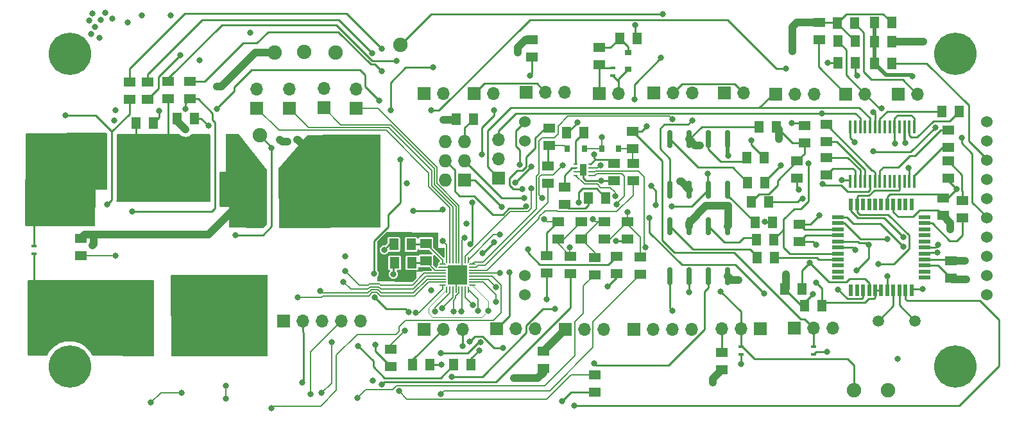
<source format=gbl>
<<<<<<< HEAD:sirius/BMB/BMB-B_Cu.gbr
%TF.GenerationSoftware,KiCad,Pcbnew,7.0.7*%
%TF.CreationDate,2023-11-14T12:33:42-05:00*%
%TF.ProjectId,BMB,424d422e-6b69-4636-9164-5f7063625858,rev?*%
%TF.SameCoordinates,Original*%
%TF.FileFunction,Copper,L4,Bot*%
%TF.FilePolarity,Positive*%
%FSLAX46Y46*%
G04 Gerber Fmt 4.6, Leading zero omitted, Abs format (unit mm)*
G04 Created by KiCad (PCBNEW 7.0.7) date 2023-11-14 12:33:42*
=======
G04 #@! TF.GenerationSoftware,KiCad,Pcbnew,7.0.8*
G04 #@! TF.CreationDate,2023-11-18T20:48:15-05:00*
G04 #@! TF.ProjectId,BMB,424d422e-6b69-4636-9164-5f7063625858,rev?*
G04 #@! TF.SameCoordinates,Original*
G04 #@! TF.FileFunction,Copper,L4,Bot*
G04 #@! TF.FilePolarity,Positive*
%FSLAX46Y46*%
G04 Gerber Fmt 4.6, Leading zero omitted, Abs format (unit mm)*
G04 Created by KiCad (PCBNEW 7.0.8) date 2023-11-18 20:48:15*
>>>>>>> 65deff486ed9ad387c3739b0de2a9b27093dad2d:sirius/BMB/BMB-gerbers/BMB-B_Cu.gbl
%MOMM*%
%LPD*%
G01*
G04 APERTURE LIST*
G04 Aperture macros list*
%AMRoundRect*
0 Rectangle with rounded corners*
0 $1 Rounding radius*
0 $2 $3 $4 $5 $6 $7 $8 $9 X,Y pos of 4 corners*
0 Add a 4 corners polygon primitive as box body*
4,1,4,$2,$3,$4,$5,$6,$7,$8,$9,$2,$3,0*
0 Add four circle primitives for the rounded corners*
1,1,$1+$1,$2,$3*
1,1,$1+$1,$4,$5*
1,1,$1+$1,$6,$7*
1,1,$1+$1,$8,$9*
0 Add four rect primitives between the rounded corners*
20,1,$1+$1,$2,$3,$4,$5,0*
20,1,$1+$1,$4,$5,$6,$7,0*
20,1,$1+$1,$6,$7,$8,$9,0*
20,1,$1+$1,$8,$9,$2,$3,0*%
%AMFreePoly0*
4,1,14,0.385355,0.085355,0.400000,0.050000,0.400000,0.020711,0.385355,-0.014645,0.314644,-0.085355,0.279289,-0.100000,-0.350000,-0.100000,-0.385355,-0.085355,-0.400000,-0.050000,-0.400000,0.050000,-0.385355,0.085355,-0.350000,0.100000,0.350000,0.100000,0.385355,0.085355,0.385355,0.085355,$1*%
%AMFreePoly1*
4,1,14,0.314644,0.085355,0.385355,0.014644,0.400000,-0.020711,0.400000,-0.050000,0.385355,-0.085355,0.350000,-0.100000,-0.350000,-0.100000,-0.385355,-0.085355,-0.400000,-0.050000,-0.400000,0.050000,-0.385355,0.085355,-0.350000,0.100000,0.279289,0.100000,0.314644,0.085355,0.314644,0.085355,$1*%
%AMFreePoly2*
4,1,14,0.085355,0.385355,0.100000,0.350000,0.100000,-0.350000,0.085355,-0.385355,0.050000,-0.400000,0.020711,-0.400000,-0.014645,-0.385355,-0.085355,-0.314644,-0.100000,-0.279289,-0.100000,0.350000,-0.085355,0.385355,-0.050000,0.400000,0.050000,0.400000,0.085355,0.385355,0.085355,0.385355,$1*%
%AMFreePoly3*
4,1,14,0.085355,0.385355,0.100000,0.350000,0.100000,-0.279289,0.085355,-0.314645,0.014644,-0.385355,-0.020711,-0.400000,-0.050000,-0.400000,-0.085355,-0.385355,-0.100000,-0.350000,-0.100000,0.350000,-0.085355,0.385355,-0.050000,0.400000,0.050000,0.400000,0.085355,0.385355,0.085355,0.385355,$1*%
%AMFreePoly4*
4,1,14,0.385355,0.085355,0.400000,0.050000,0.400000,-0.050000,0.385355,-0.085355,0.350000,-0.100000,-0.350000,-0.100000,-0.385355,-0.085355,-0.400000,-0.050000,-0.400000,-0.020711,-0.385355,0.014644,-0.314645,0.085355,-0.279289,0.100000,0.350000,0.100000,0.385355,0.085355,0.385355,0.085355,$1*%
%AMFreePoly5*
4,1,14,0.385355,0.085355,0.400000,0.050000,0.400000,-0.050000,0.385355,-0.085355,0.350000,-0.100000,-0.279289,-0.100000,-0.314645,-0.085355,-0.385355,-0.014644,-0.400000,0.020711,-0.400000,0.050000,-0.385355,0.085355,-0.350000,0.100000,0.350000,0.100000,0.385355,0.085355,0.385355,0.085355,$1*%
%AMFreePoly6*
4,1,14,0.014644,0.385355,0.085355,0.314644,0.100000,0.279289,0.100000,-0.350000,0.085355,-0.385355,0.050000,-0.400000,-0.050000,-0.400000,-0.085355,-0.385355,-0.100000,-0.350000,-0.100000,0.350000,-0.085355,0.385355,-0.050000,0.400000,-0.020711,0.400000,0.014644,0.385355,0.014644,0.385355,$1*%
%AMFreePoly7*
4,1,14,0.085355,0.385355,0.100000,0.350000,0.100000,-0.350000,0.085355,-0.385355,0.050000,-0.400000,-0.050000,-0.400000,-0.085355,-0.385355,-0.100000,-0.350000,-0.100000,0.279289,-0.085355,0.314644,-0.014645,0.385355,0.020711,0.400000,0.050000,0.400000,0.085355,0.385355,0.085355,0.385355,$1*%
G04 Aperture macros list end*
G04 #@! TA.AperFunction,ComponentPad*
%ADD10C,1.905000*%
G04 #@! TD*
G04 #@! TA.AperFunction,ComponentPad*
%ADD11R,1.727200X1.727200*%
G04 #@! TD*
G04 #@! TA.AperFunction,ComponentPad*
%ADD12O,1.727200X1.727200*%
G04 #@! TD*
G04 #@! TA.AperFunction,ComponentPad*
%ADD13C,5.080000*%
G04 #@! TD*
G04 #@! TA.AperFunction,ComponentPad*
%ADD14C,5.600000*%
G04 #@! TD*
G04 #@! TA.AperFunction,ComponentPad*
%ADD15R,1.700000X1.700000*%
G04 #@! TD*
G04 #@! TA.AperFunction,ComponentPad*
%ADD16O,1.700000X1.700000*%
G04 #@! TD*
G04 #@! TA.AperFunction,ComponentPad*
%ADD17C,1.524000*%
G04 #@! TD*
G04 #@! TA.AperFunction,SMDPad,CuDef*
%ADD18R,0.635000X0.838200*%
G04 #@! TD*
G04 #@! TA.AperFunction,SMDPad,CuDef*
%ADD19R,1.524000X1.270000*%
G04 #@! TD*
G04 #@! TA.AperFunction,SMDPad,CuDef*
%ADD20R,0.838200X0.635000*%
G04 #@! TD*
G04 #@! TA.AperFunction,SMDPad,CuDef*
%ADD21RoundRect,0.162500X-0.162500X1.012500X-0.162500X-1.012500X0.162500X-1.012500X0.162500X1.012500X0*%
G04 #@! TD*
G04 #@! TA.AperFunction,SMDPad,CuDef*
%ADD22R,1.500000X0.550000*%
G04 #@! TD*
G04 #@! TA.AperFunction,SMDPad,CuDef*
%ADD23R,0.550000X1.500000*%
G04 #@! TD*
G04 #@! TA.AperFunction,ComponentPad*
%ADD24C,1.501140*%
G04 #@! TD*
G04 #@! TA.AperFunction,SMDPad,CuDef*
%ADD25R,1.270000X1.524000*%
G04 #@! TD*
G04 #@! TA.AperFunction,SMDPad,CuDef*
%ADD26R,0.701040X0.400050*%
G04 #@! TD*
G04 #@! TA.AperFunction,SMDPad,CuDef*
%ADD27R,0.500000X0.250000*%
G04 #@! TD*
G04 #@! TA.AperFunction,SMDPad,CuDef*
%ADD28R,0.900000X1.600000*%
G04 #@! TD*
G04 #@! TA.AperFunction,SMDPad,CuDef*
%ADD29R,0.450000X1.750000*%
G04 #@! TD*
G04 #@! TA.AperFunction,SMDPad,CuDef*
%ADD30FreePoly0,0.000000*%
G04 #@! TD*
G04 #@! TA.AperFunction,SMDPad,CuDef*
%ADD31RoundRect,0.050000X-0.350000X-0.050000X0.350000X-0.050000X0.350000X0.050000X-0.350000X0.050000X0*%
G04 #@! TD*
G04 #@! TA.AperFunction,SMDPad,CuDef*
%ADD32FreePoly1,0.000000*%
G04 #@! TD*
G04 #@! TA.AperFunction,SMDPad,CuDef*
%ADD33FreePoly2,0.000000*%
G04 #@! TD*
G04 #@! TA.AperFunction,SMDPad,CuDef*
%ADD34RoundRect,0.050000X-0.050000X-0.350000X0.050000X-0.350000X0.050000X0.350000X-0.050000X0.350000X0*%
G04 #@! TD*
G04 #@! TA.AperFunction,SMDPad,CuDef*
%ADD35FreePoly3,0.000000*%
G04 #@! TD*
G04 #@! TA.AperFunction,SMDPad,CuDef*
%ADD36FreePoly4,0.000000*%
G04 #@! TD*
G04 #@! TA.AperFunction,SMDPad,CuDef*
%ADD37FreePoly5,0.000000*%
G04 #@! TD*
G04 #@! TA.AperFunction,SMDPad,CuDef*
%ADD38FreePoly6,0.000000*%
G04 #@! TD*
G04 #@! TA.AperFunction,SMDPad,CuDef*
%ADD39FreePoly7,0.000000*%
G04 #@! TD*
G04 #@! TA.AperFunction,SMDPad,CuDef*
%ADD40R,2.650000X2.650000*%
G04 #@! TD*
G04 #@! TA.AperFunction,ViaPad*
%ADD41C,0.800000*%
G04 #@! TD*
G04 #@! TA.AperFunction,Conductor*
%ADD42C,0.250000*%
G04 #@! TD*
G04 #@! TA.AperFunction,Conductor*
%ADD43C,1.000000*%
G04 #@! TD*
G04 #@! TA.AperFunction,Conductor*
%ADD44C,0.500000*%
G04 #@! TD*
G04 #@! TA.AperFunction,Conductor*
%ADD45C,0.350000*%
G04 #@! TD*
G04 #@! TA.AperFunction,Conductor*
%ADD46C,0.152400*%
G04 #@! TD*
G04 #@! TA.AperFunction,Conductor*
%ADD47C,0.125000*%
G04 #@! TD*
G04 #@! TA.AperFunction,Conductor*
%ADD48C,0.203200*%
G04 #@! TD*
G04 APERTURE END LIST*
D10*
X134874000Y-79552800D03*
D11*
X151892000Y-96393000D03*
D12*
X149352000Y-96393000D03*
X151892000Y-93853000D03*
X149352000Y-93853000D03*
X151892000Y-91313000D03*
X149352000Y-91313000D03*
D13*
X136549032Y-97703442D03*
D14*
X99745800Y-79756000D03*
X99745800Y-121031000D03*
D15*
X146481800Y-116128800D03*
D16*
X149021800Y-116128800D03*
X151561800Y-116128800D03*
D15*
X195351400Y-116001801D03*
D16*
X197891400Y-116001801D03*
X200431400Y-116001801D03*
D15*
X128778000Y-86949200D03*
D16*
X128778000Y-84409200D03*
D15*
X160020000Y-84836000D03*
D16*
X162560000Y-84836000D03*
X165100000Y-84836000D03*
D15*
X133273800Y-86868000D03*
D16*
X133273800Y-84328000D03*
D10*
X143357600Y-78587600D03*
D15*
X186131200Y-84937600D03*
D16*
X188671200Y-84937600D03*
D15*
X202184000Y-85039200D03*
D16*
X204724000Y-85039200D03*
D15*
X146486800Y-85013800D03*
D16*
X149026800Y-85013800D03*
D15*
X192918000Y-85039200D03*
D16*
X195458000Y-85039200D03*
X197998000Y-85039200D03*
D15*
X156083000Y-116103401D03*
D16*
X158623000Y-116103401D03*
X161163000Y-116103401D03*
D15*
X124460000Y-86949200D03*
D16*
X124460000Y-84409200D03*
D10*
X203225400Y-124155200D03*
X130708400Y-79527400D03*
D14*
X216585800Y-79756000D03*
D15*
X190881000Y-116052601D03*
D16*
X188341000Y-116052601D03*
X185801000Y-116052601D03*
D15*
X156362400Y-96164400D03*
D16*
X156362400Y-93624400D03*
X156362400Y-91084400D03*
D15*
X153167000Y-84963000D03*
D16*
X155707000Y-84963000D03*
D15*
X176860200Y-84937600D03*
D16*
X179400200Y-84937600D03*
X181940200Y-84937600D03*
D15*
X209118200Y-85064600D03*
D16*
X211658200Y-85064600D03*
D14*
X216585800Y-121031000D03*
D17*
X220802200Y-111582200D03*
X220802200Y-109042200D03*
X220802200Y-106502200D03*
X220802200Y-103962200D03*
X220802200Y-101422200D03*
X220802200Y-98882200D03*
X220802200Y-96342200D03*
X220802200Y-93802200D03*
X220802200Y-91262200D03*
X220802200Y-88722200D03*
X159842200Y-88722200D03*
X159842200Y-91262200D03*
X159842200Y-109042200D03*
X159842200Y-111582200D03*
D15*
X165150800Y-116154200D03*
D16*
X167690800Y-116154200D03*
X170230800Y-116154200D03*
D13*
X98425000Y-112649000D03*
X122199400Y-116408200D03*
D10*
X126796800Y-79603600D03*
D13*
X98576032Y-96941442D03*
D15*
X169621200Y-85013800D03*
D16*
X172161200Y-85013800D03*
D10*
X207721200Y-124231400D03*
X124841000Y-90525600D03*
D15*
X128016000Y-115036600D03*
D16*
X130556000Y-115036600D03*
X133096000Y-115036600D03*
X135636000Y-115036600D03*
X138176000Y-115036600D03*
D15*
X137541000Y-86898400D03*
D16*
X137541000Y-84358400D03*
D15*
X174244000Y-116154201D03*
D16*
X176784000Y-116154201D03*
X179324000Y-116154201D03*
X181864000Y-116154201D03*
D18*
X167651600Y-92261000D03*
X165416400Y-92261000D03*
D19*
X142087600Y-121081800D03*
X142087600Y-118795800D03*
D20*
X173436200Y-81788000D03*
X173436200Y-79552800D03*
D21*
X178943000Y-102481000D03*
X181483000Y-102481000D03*
X184023000Y-102481000D03*
X186563000Y-102481000D03*
X186563000Y-109118400D03*
X184023000Y-109118400D03*
X181483000Y-109118400D03*
X178943000Y-109118400D03*
D22*
X201145400Y-109323400D03*
X201145400Y-108523400D03*
X201145400Y-107723400D03*
X201145400Y-106923400D03*
X201145400Y-106123400D03*
X201145400Y-105323400D03*
X201145400Y-104523400D03*
X201145400Y-103723400D03*
X201145400Y-102923400D03*
X201145400Y-102123400D03*
X201145400Y-101323400D03*
D23*
X202845400Y-99623400D03*
X203645400Y-99623400D03*
X204445400Y-99623400D03*
X205245400Y-99623400D03*
X206045400Y-99623400D03*
X206845400Y-99623400D03*
X207645400Y-99623400D03*
X208445400Y-99623400D03*
X209245400Y-99623400D03*
X210045400Y-99623400D03*
X210845400Y-99623400D03*
D22*
X212545400Y-101323400D03*
X212545400Y-102123400D03*
X212545400Y-102923400D03*
X212545400Y-103723400D03*
X212545400Y-104523400D03*
X212545400Y-105323400D03*
X212545400Y-106123400D03*
X212545400Y-106923400D03*
X212545400Y-107723400D03*
X212545400Y-108523400D03*
X212545400Y-109323400D03*
D23*
X210845400Y-111023400D03*
X210045400Y-111023400D03*
X209245400Y-111023400D03*
X208445400Y-111023400D03*
X207645400Y-111023400D03*
X206845400Y-111023400D03*
X206045400Y-111023400D03*
X205245400Y-111023400D03*
X204445400Y-111023400D03*
X203645400Y-111023400D03*
X202845400Y-111023400D03*
D24*
X206448660Y-115011200D03*
X211330540Y-115011200D03*
D25*
X150444200Y-120827800D03*
X152730200Y-120827800D03*
X205917800Y-75615800D03*
X208203800Y-75615800D03*
X196392800Y-110845600D03*
X194106800Y-110845600D03*
D19*
X214985600Y-98806000D03*
X214985600Y-101092000D03*
D25*
X201117200Y-80899000D03*
X203403200Y-80899000D03*
D19*
X101268432Y-104104242D03*
X101268432Y-106390242D03*
D25*
X150749000Y-88366600D03*
X153035000Y-88366600D03*
D19*
X160782000Y-77851000D03*
X160782000Y-80137000D03*
D26*
X171455000Y-81635600D03*
X171455000Y-82636360D03*
D25*
X201015600Y-75692000D03*
X203301600Y-75692000D03*
D19*
X107619800Y-85750400D03*
X107619800Y-83464400D03*
X162712400Y-108737400D03*
X162712400Y-106451400D03*
X173331600Y-101904800D03*
X173331600Y-104190800D03*
D25*
X192760600Y-106680000D03*
X190474600Y-106680000D03*
D19*
X110058200Y-85725000D03*
X110058200Y-83439000D03*
X174077800Y-92311800D03*
X174077800Y-90025800D03*
D25*
X144907000Y-107340400D03*
X142621000Y-107340400D03*
D19*
X198678800Y-75615800D03*
X198678800Y-77901800D03*
D26*
X188341000Y-118440200D03*
X188341000Y-119440960D03*
D25*
X208254600Y-81000600D03*
X205968600Y-81000600D03*
X110769400Y-88874600D03*
X108483400Y-88874600D03*
D19*
X146761200Y-104800400D03*
X146761200Y-107086400D03*
D25*
X208254600Y-78105000D03*
X205968600Y-78105000D03*
D19*
X115620800Y-85699600D03*
X115620800Y-83413600D03*
D21*
X178943000Y-91033600D03*
X181483000Y-91033600D03*
X184023000Y-91033600D03*
X186563000Y-91033600D03*
X186563000Y-97671000D03*
X184023000Y-97671000D03*
X181483000Y-97671000D03*
X178943000Y-97671000D03*
D19*
X199618600Y-95707200D03*
X199618600Y-93421200D03*
D25*
X191947800Y-99339400D03*
X189661800Y-99339400D03*
X144805400Y-104927400D03*
X142519400Y-104927400D03*
X189103000Y-93446600D03*
X191389000Y-93446600D03*
D19*
X199567800Y-91338400D03*
X199567800Y-89052400D03*
X185826400Y-121513600D03*
X185826400Y-119227600D03*
D25*
X192633600Y-104267000D03*
X190347600Y-104267000D03*
D19*
X162229800Y-119049800D03*
X162229800Y-121335800D03*
X171907200Y-108762800D03*
X171907200Y-106476800D03*
X170281600Y-101904800D03*
X170281600Y-104190800D03*
X167231600Y-101904800D03*
X167231600Y-104190800D03*
X171577000Y-96494600D03*
X171577000Y-94208600D03*
X169626200Y-78917800D03*
X169626200Y-81203800D03*
X169011600Y-108915200D03*
X169011600Y-106629200D03*
X195732400Y-96164400D03*
X195732400Y-93878400D03*
X216001600Y-107061000D03*
X216001600Y-109347000D03*
D25*
X116230400Y-88265000D03*
X113944400Y-88265000D03*
D19*
X112750600Y-85699600D03*
X112750600Y-83413600D03*
X217525600Y-99110800D03*
X217525600Y-101396800D03*
D25*
X167640000Y-90119200D03*
X165354000Y-90119200D03*
D19*
X215671400Y-92100400D03*
X215671400Y-89814400D03*
D26*
X197916800Y-118447408D03*
X197916800Y-119448168D03*
D18*
X127508000Y-91059000D03*
X129743200Y-91059000D03*
D19*
X169062400Y-124409200D03*
X169062400Y-122123200D03*
D25*
X217119200Y-87350600D03*
X214833200Y-87350600D03*
D26*
X95046800Y-105137808D03*
X95046800Y-106138568D03*
D27*
X168439000Y-94342400D03*
X168439000Y-94842400D03*
X168439000Y-95342400D03*
X168439000Y-95842400D03*
X166539000Y-95842400D03*
X166539000Y-95342400D03*
X166539000Y-94842400D03*
X166539000Y-94342400D03*
D28*
X167489000Y-95092400D03*
D25*
X196748400Y-113030000D03*
X199034400Y-113030000D03*
D19*
X165811200Y-108762800D03*
X165811200Y-106476800D03*
D25*
X203377800Y-78028800D03*
X201091800Y-78028800D03*
X190677800Y-89357200D03*
X192963800Y-89357200D03*
D29*
X211209600Y-96564000D03*
X210559600Y-96564000D03*
X209909600Y-96564000D03*
X209259600Y-96564000D03*
X208609600Y-96564000D03*
X207959600Y-96564000D03*
X207309600Y-96564000D03*
X206659600Y-96564000D03*
X206009600Y-96564000D03*
X205359600Y-96564000D03*
X204709600Y-96564000D03*
X204059600Y-96564000D03*
X203409600Y-96564000D03*
X202759600Y-96564000D03*
X202759600Y-89364000D03*
X203409600Y-89364000D03*
X204059600Y-89364000D03*
X204709600Y-89364000D03*
X205359600Y-89364000D03*
X206009600Y-89364000D03*
X206659600Y-89364000D03*
X207309600Y-89364000D03*
X207959600Y-89364000D03*
X208609600Y-89364000D03*
X209259600Y-89364000D03*
X209909600Y-89364000D03*
X210559600Y-89364000D03*
X211209600Y-89364000D03*
D30*
X148973800Y-110321000D03*
D31*
X148973800Y-109921000D03*
X148973800Y-109521000D03*
X148973800Y-109121000D03*
X148973800Y-108721000D03*
X148973800Y-108321000D03*
X148973800Y-107921000D03*
D32*
X148973800Y-107521000D03*
D33*
X149523800Y-106971000D03*
D34*
X149923800Y-106971000D03*
X150323800Y-106971000D03*
X150723800Y-106971000D03*
X151123800Y-106971000D03*
X151523800Y-106971000D03*
X151923800Y-106971000D03*
D35*
X152323800Y-106971000D03*
D36*
X152873800Y-107521000D03*
D31*
X152873800Y-107921000D03*
X152873800Y-108321000D03*
X152873800Y-108721000D03*
X152873800Y-109121000D03*
X152873800Y-109521000D03*
X152873800Y-109921000D03*
D37*
X152873800Y-110321000D03*
D38*
X152323800Y-110871000D03*
D34*
X151923800Y-110871000D03*
X151523800Y-110871000D03*
X151123800Y-110871000D03*
X150723800Y-110871000D03*
X150323800Y-110871000D03*
X149923800Y-110871000D03*
D39*
X149523800Y-110871000D03*
D40*
X150923800Y-108921000D03*
D18*
X169963000Y-92235600D03*
X172198200Y-92235600D03*
D25*
X147320000Y-120802400D03*
X145034000Y-120802400D03*
X174604600Y-77698600D03*
X172318600Y-77698600D03*
D19*
X196697600Y-89204800D03*
X196697600Y-91490800D03*
X196088000Y-104571800D03*
X196088000Y-102285800D03*
X215696800Y-93903800D03*
X215696800Y-96189800D03*
D25*
X192532000Y-102031800D03*
X190246000Y-102031800D03*
D19*
X174103200Y-96502800D03*
X174103200Y-94216800D03*
X164181600Y-101904800D03*
X164181600Y-104190800D03*
D25*
X191516000Y-96723200D03*
X189230000Y-96723200D03*
D19*
X175056800Y-108889800D03*
X175056800Y-106603800D03*
X162876400Y-96883800D03*
X162876400Y-94597800D03*
X165049200Y-97383600D03*
X165049200Y-99669600D03*
D25*
X170510200Y-98780600D03*
X168224200Y-98780600D03*
D19*
X163042600Y-91821000D03*
X163042600Y-89535000D03*
D41*
X217932000Y-107111800D03*
X101395432Y-110276442D03*
X94943832Y-115458042D03*
X108077000Y-118313200D03*
X103325832Y-117261442D03*
X123596400Y-76911200D03*
X109245400Y-74625200D03*
X197840600Y-111506000D03*
X105256232Y-114772242D03*
X105613200Y-88519000D03*
X95705832Y-110276442D03*
X106094432Y-118455242D03*
X95096232Y-111825842D03*
X96469200Y-115493800D03*
X186639200Y-99847400D03*
X108558232Y-111749642D03*
X182956200Y-91821000D03*
X105967432Y-113527642D03*
X104341832Y-115889842D03*
X106881832Y-111800442D03*
X109980632Y-110327242D03*
X106856432Y-110276442D03*
X142468600Y-108864400D03*
X95528032Y-118455242D03*
X208965800Y-120040400D03*
X98552000Y-117388442D03*
X169937600Y-90762400D03*
X106069032Y-115966042D03*
X101090632Y-117261442D03*
X94867632Y-117236042D03*
X198221600Y-104978200D03*
X107416600Y-75565000D03*
X102309832Y-113527642D03*
X103300432Y-111825842D03*
X101420832Y-111825842D03*
X99466400Y-116052600D03*
X104087832Y-118404442D03*
X105103832Y-117312242D03*
X203657200Y-82626200D03*
X207645000Y-109157100D03*
X113080800Y-74625200D03*
X152146000Y-102184200D03*
X96518632Y-117286842D03*
X105078432Y-111800442D03*
X105791000Y-87223600D03*
X94893032Y-113603842D03*
X194233800Y-108889800D03*
X107162600Y-117271800D03*
X97942400Y-116179600D03*
X109296200Y-117170200D03*
X210007200Y-91490800D03*
X102132032Y-115839042D03*
X103275032Y-110251042D03*
X109855000Y-118389400D03*
X158369000Y-122555000D03*
X103325832Y-114772242D03*
X188366400Y-120751600D03*
X216789000Y-97586800D03*
X210972400Y-82727800D03*
X108532832Y-110301842D03*
X199720200Y-119126000D03*
X105002232Y-110251042D03*
X101015800Y-115138200D03*
X104316432Y-113527642D03*
X199059800Y-96941702D03*
X195961000Y-97663000D03*
X203327000Y-91389200D03*
X193344800Y-91033600D03*
X196506500Y-98907600D03*
X201625200Y-96393000D03*
X205790800Y-87426800D03*
X195021200Y-88874600D03*
X128473200Y-91363800D03*
X116916200Y-80619600D03*
X115036600Y-89712800D03*
X154965400Y-113665000D03*
X129844800Y-111887000D03*
X132842000Y-111074200D03*
X135891647Y-109843370D03*
X136093200Y-108407200D03*
X122783600Y-112242600D03*
X122707400Y-109753400D03*
X119176800Y-115062000D03*
X120065800Y-111074200D03*
X114173000Y-109728000D03*
X120954800Y-112242600D03*
X115824000Y-117348000D03*
X125374400Y-113360200D03*
X114960400Y-110921800D03*
X188036200Y-109601000D03*
X125298200Y-111074200D03*
X169875200Y-96481300D03*
X119278400Y-112217200D03*
X119253000Y-109753400D03*
X186639200Y-93167200D03*
X118338600Y-116281200D03*
X116484400Y-110998000D03*
X119278400Y-118059200D03*
X116586000Y-118491000D03*
X136093200Y-106502200D03*
X140055600Y-118160800D03*
X124510800Y-112217200D03*
X115849400Y-109804200D03*
X123469400Y-111074200D03*
X120904000Y-109702600D03*
X144221200Y-96875600D03*
X117449600Y-117449600D03*
X124993400Y-118643400D03*
X118338600Y-111074200D03*
X114147600Y-117373400D03*
X141262100Y-105651300D03*
X148996400Y-104444800D03*
X166947550Y-99349700D03*
X118364000Y-113436400D03*
X120091200Y-113461800D03*
X114833400Y-118592600D03*
X121691400Y-111074200D03*
X180289200Y-96621600D03*
X124383800Y-109778800D03*
X118237000Y-118618000D03*
X147421600Y-110972600D03*
X151815800Y-104063800D03*
X117500400Y-109778800D03*
X171831000Y-104444800D03*
X145443820Y-113972747D03*
X143992600Y-116281200D03*
X169824400Y-94437200D03*
X162128200Y-98755200D03*
X162382200Y-101549200D03*
X164835791Y-94437200D03*
X165760400Y-105308400D03*
X175732500Y-105283000D03*
X168808400Y-101549200D03*
X171905115Y-99655899D03*
X173329600Y-100660200D03*
X171744702Y-98539900D03*
X158546800Y-96799400D03*
X160205101Y-105562400D03*
X168986200Y-93040200D03*
X160681262Y-94683464D03*
X121893232Y-95696842D03*
X121156632Y-98440042D03*
X122198032Y-92166242D03*
X121029632Y-94782442D03*
X121715432Y-101716642D03*
X121283632Y-91226442D03*
X121207432Y-100497442D03*
X121842432Y-99506842D03*
X102895400Y-103596242D03*
X121918632Y-93918842D03*
X102743000Y-105029000D03*
X123417232Y-93868042D03*
X121029632Y-92801242D03*
X121893232Y-97449442D03*
X121105832Y-96560442D03*
X102259032Y-95646042D03*
X94842232Y-101513442D03*
X94766032Y-93360042D03*
X98474432Y-93283842D03*
X101166832Y-92242442D03*
X94512032Y-97068442D03*
X102005032Y-93283842D03*
X103529032Y-90997842D03*
X95832832Y-94426842D03*
X100227032Y-93334642D03*
X101166832Y-94503042D03*
X94639032Y-94757042D03*
X98372832Y-91074042D03*
X96467832Y-101513442D03*
X99439632Y-92267842D03*
X98245832Y-101513442D03*
X102259032Y-97093842D03*
X96620232Y-93385442D03*
X101776432Y-91074042D03*
X94664432Y-99303642D03*
X102640032Y-94477642D03*
X181457600Y-111277400D03*
X100785832Y-100167242D03*
X102792432Y-92242442D03*
X96620232Y-91074042D03*
X164719000Y-125628400D03*
X139776200Y-122922700D03*
X99973032Y-101513442D03*
X95680432Y-100268842D03*
X95909032Y-92293242D03*
X102208232Y-100141842D03*
X102233632Y-98617842D03*
X95324832Y-98135242D03*
X99160232Y-100395842D03*
X101649432Y-101462642D03*
X100074632Y-91099442D03*
X97407632Y-100446642D03*
X97636232Y-92293242D03*
X94740632Y-90972442D03*
X95274032Y-95976242D03*
X118059200Y-89230200D03*
X140614400Y-85953600D03*
X144449800Y-113868200D03*
X143408400Y-93726000D03*
X148742400Y-119253000D03*
X139941900Y-108788200D03*
X155991500Y-112522000D03*
X153949400Y-117830600D03*
X139979400Y-111912400D03*
X119202200Y-86994500D03*
X137795000Y-118313200D03*
X166758986Y-88810502D03*
X155722593Y-87177607D03*
X148971000Y-100304600D03*
X145059400Y-100482400D03*
X154127200Y-93014800D03*
X212420200Y-78105000D03*
X119151400Y-84099400D03*
X103682800Y-77597000D03*
X208635600Y-91617800D03*
X215976200Y-102971600D03*
X102768400Y-74447400D03*
X102616000Y-77089000D03*
X149047200Y-88493600D03*
X198697196Y-101099003D03*
X103835200Y-75285600D03*
X191480502Y-101955600D03*
X195122800Y-79425800D03*
X102311200Y-75336400D03*
X103073200Y-76200000D03*
X158877000Y-79578200D03*
X198281352Y-109944500D03*
X104470200Y-74345800D03*
X105384600Y-75082400D03*
X184658000Y-123139200D03*
X218059000Y-109550200D03*
X156768800Y-99994065D03*
X212344000Y-110845600D03*
X210413600Y-94843600D03*
X209727800Y-103987600D03*
X159766000Y-98755200D03*
X159969200Y-99872800D03*
X206476600Y-107518200D03*
X156895800Y-118643400D03*
X152499900Y-117800324D03*
X152623350Y-104854548D03*
X166293800Y-126187200D03*
X152908000Y-99390200D03*
X126390400Y-126532700D03*
X110464600Y-125831600D03*
X114515900Y-124498100D03*
X120370600Y-125272800D03*
X120396000Y-123621800D03*
X156006800Y-110566200D03*
X156514800Y-108712000D03*
X147421600Y-87198200D03*
X194284600Y-81686400D03*
X197231000Y-94259400D03*
X193573400Y-94513400D03*
X203384680Y-105656553D03*
X176453800Y-97205800D03*
X177088800Y-99695000D03*
X205181200Y-104990300D03*
X203581000Y-108368500D03*
X213982300Y-89446100D03*
X207645000Y-104241600D03*
X205816200Y-92608400D03*
X209753200Y-105232200D03*
X217449400Y-90855800D03*
X206883000Y-86964100D03*
X214325200Y-105003600D03*
X214274400Y-106019600D03*
X179171600Y-99898200D03*
X197383400Y-107379100D03*
X176250600Y-101447600D03*
X191389000Y-111429800D03*
X183972200Y-95580200D03*
X201142600Y-110871000D03*
X139901832Y-92699642D03*
X134085232Y-94960242D03*
X133983632Y-91886842D03*
X135202832Y-100726042D03*
X140028832Y-101945242D03*
X138631832Y-92090042D03*
X138885832Y-101488042D03*
X134059832Y-93410842D03*
X132789832Y-95087242D03*
X137666632Y-100878442D03*
X162712400Y-112141000D03*
X131469032Y-97652642D03*
X138682632Y-94680842D03*
X139876432Y-98998842D03*
X131392832Y-92648842D03*
X132789832Y-101970642D03*
X139825632Y-94071242D03*
X139978032Y-97373242D03*
X137590432Y-91074042D03*
X132764432Y-91912242D03*
X137514232Y-93868042D03*
X139927232Y-100700642D03*
X131418232Y-94376042D03*
X137742832Y-102097642D03*
X129386232Y-93995042D03*
X131418232Y-99430642D03*
X133983632Y-101284842D03*
X132713632Y-93461642D03*
X139800232Y-95696842D03*
X136396632Y-91861442D03*
X135304432Y-94376042D03*
X170713400Y-110464600D03*
X137514232Y-92877442D03*
X131418232Y-95849242D03*
X131469032Y-101284842D03*
X135279032Y-91201042D03*
X138708032Y-93360042D03*
X136371232Y-101437242D03*
X136295032Y-93258442D03*
X148818600Y-120802400D03*
X139800232Y-91353442D03*
X135304432Y-102123042D03*
X135202832Y-92648842D03*
X132815232Y-100243442D03*
X132739032Y-96712842D03*
X132840632Y-98541642D03*
X130429000Y-123149300D03*
X140919200Y-123454100D03*
X137718800Y-125206700D03*
X133006747Y-124574653D03*
X134315200Y-117881400D03*
X148691600Y-124688600D03*
X131546600Y-124732100D03*
X198983600Y-87584400D03*
X159435800Y-97612200D03*
X185674000Y-111125000D03*
X179247800Y-88366600D03*
X160680400Y-97561400D03*
X174396400Y-75971400D03*
X156489400Y-103657400D03*
X177774600Y-80289400D03*
X175920400Y-89331800D03*
X178028600Y-74521900D03*
X174296601Y-85748599D03*
X114376200Y-79883000D03*
X111531400Y-87274400D03*
X108026200Y-100609400D03*
X115036600Y-86995000D03*
X114628832Y-91175642D03*
X111809432Y-92394842D03*
X111175800Y-93548200D03*
X111047432Y-91023242D03*
X108228032Y-92293242D03*
X111936432Y-95823842D03*
X113587432Y-92420242D03*
X115543232Y-92420242D03*
X111961832Y-97322442D03*
X112723832Y-91074042D03*
X117397432Y-92445642D03*
X107440632Y-91048642D03*
X109117032Y-91074042D03*
X116483032Y-91150242D03*
X111936432Y-94553842D03*
X106729432Y-92293242D03*
X111987232Y-98668642D03*
X109904432Y-92369442D03*
X112649000Y-93522800D03*
X99212400Y-87858600D03*
X104698800Y-99644200D03*
X105816400Y-106400600D03*
X140893800Y-82016600D03*
X148862120Y-113349581D03*
X142849600Y-80670400D03*
X152955302Y-112974923D03*
X147969105Y-113798502D03*
X139700000Y-79679300D03*
X140932598Y-79031402D03*
X150406191Y-113775108D03*
X151460634Y-113745265D03*
X143179800Y-124297500D03*
X153789107Y-118940307D03*
X153644600Y-113715800D03*
X159143100Y-94411800D03*
X199771000Y-80949800D03*
X126414432Y-92227400D03*
X121613832Y-103723442D03*
X163811900Y-113411000D03*
X179298600Y-113703101D03*
X150139400Y-122389300D03*
X151638000Y-118389400D03*
X189682901Y-91215699D03*
X160528000Y-82600800D03*
X142087600Y-87172800D03*
X147701000Y-81559400D03*
X181889400Y-88519000D03*
X157810200Y-108610400D03*
X154217093Y-106033293D03*
X155752740Y-104596092D03*
X168935400Y-120624600D03*
D42*
X196291200Y-113030000D02*
X194106800Y-110845600D01*
X203403200Y-82372200D02*
X203657200Y-82626200D01*
D43*
X186639200Y-99847400D02*
X186639200Y-102404800D01*
D42*
X216001600Y-107061000D02*
X215864000Y-106923400D01*
X196748400Y-113030000D02*
X196748400Y-112598200D01*
D43*
X216052400Y-107111800D02*
X216001600Y-107061000D01*
D44*
X207467200Y-82499200D02*
X210743800Y-82499200D01*
D42*
X215696800Y-96494600D02*
X216789000Y-97586800D01*
X203403200Y-80899000D02*
X203403200Y-82372200D01*
X173436200Y-81788000D02*
X172161200Y-83063000D01*
X196936400Y-103723400D02*
X201145400Y-103723400D01*
X183159400Y-89357200D02*
X181483000Y-91033600D01*
X172161200Y-83342560D02*
X172161200Y-85013800D01*
D44*
X205968600Y-78105000D02*
X205968600Y-75666600D01*
D42*
X162229800Y-121335800D02*
X162763200Y-121335800D01*
X188366400Y-120751600D02*
X188366400Y-119466360D01*
D43*
X186639200Y-102404800D02*
X186563000Y-102481000D01*
X217932000Y-107111800D02*
X216052400Y-107111800D01*
D44*
X205968600Y-81000600D02*
X207467200Y-82499200D01*
D45*
X209909600Y-91393200D02*
X209909600Y-89364000D01*
D43*
X162229800Y-121869200D02*
X162229800Y-121335800D01*
D42*
X172725000Y-85013800D02*
X172161200Y-85013800D01*
D43*
X161544000Y-122555000D02*
X162229800Y-121869200D01*
D44*
X210743800Y-82499200D02*
X210972400Y-82727800D01*
D46*
X167651600Y-92261000D02*
X169937600Y-92261000D01*
D42*
X214985600Y-98806000D02*
X215569800Y-98806000D01*
X188366400Y-119466360D02*
X188341000Y-119440960D01*
D44*
X205968600Y-81000600D02*
X205968600Y-78105000D01*
D43*
X182956200Y-91821000D02*
X182270400Y-91821000D01*
D42*
X172161200Y-83063000D02*
X172161200Y-83342560D01*
D43*
X194233800Y-108889800D02*
X194233800Y-110718600D01*
D42*
X215864000Y-106923400D02*
X212545400Y-106923400D01*
D44*
X205968600Y-75666600D02*
X205917800Y-75615800D01*
D42*
X95046800Y-109617410D02*
X95705832Y-110276442D01*
X214426800Y-98247200D02*
X214985600Y-98806000D01*
D46*
X169937600Y-92261000D02*
X169963000Y-92235600D01*
D43*
X194233800Y-110718600D02*
X194106800Y-110845600D01*
D42*
X196748400Y-112598200D02*
X197840600Y-111506000D01*
X198221600Y-104978200D02*
X197815200Y-104571800D01*
D46*
X169963000Y-92235600D02*
X169963000Y-90787800D01*
D42*
X95046800Y-106138568D02*
X95046800Y-109617410D01*
X198238968Y-119126000D02*
X197916800Y-119448168D01*
D45*
X210007200Y-91490800D02*
X209909600Y-91393200D01*
D42*
X207645000Y-111023000D02*
X207645400Y-111023400D01*
D43*
X182270400Y-91821000D02*
X181483000Y-91033600D01*
X186639200Y-99847400D02*
X183692800Y-99847400D01*
D42*
X190677800Y-89357200D02*
X183159400Y-89357200D01*
X196088000Y-104571800D02*
X196936400Y-103723400D01*
X142468600Y-108864400D02*
X142468600Y-107492800D01*
D46*
X169963000Y-90787800D02*
X169937600Y-90762400D01*
D42*
X215696800Y-96189800D02*
X215696800Y-96494600D01*
X207645000Y-109157100D02*
X207645000Y-111023000D01*
X196748400Y-113030000D02*
X196291200Y-113030000D01*
X207645400Y-99623400D02*
X207645400Y-98623400D01*
D43*
X161544000Y-122555000D02*
X158369000Y-122555000D01*
X183692800Y-99847400D02*
X181483000Y-102057200D01*
X181483000Y-102057200D02*
X181483000Y-102481000D01*
D42*
X215569800Y-98806000D02*
X216789000Y-97586800D01*
X171455000Y-82636360D02*
X172161200Y-83342560D01*
X208021600Y-98247200D02*
X214426800Y-98247200D01*
X199720200Y-119126000D02*
X198238968Y-119126000D01*
X142468600Y-107492800D02*
X142621000Y-107340400D01*
X197815200Y-104571800D02*
X196088000Y-104571800D01*
X207645400Y-98623400D02*
X208021600Y-98247200D01*
X211330540Y-115011200D02*
X209245400Y-112926060D01*
X211328000Y-115013740D02*
X211330540Y-115011200D01*
X211330540Y-115567460D02*
X211330540Y-115011200D01*
X209245400Y-112926060D02*
X209245400Y-111023400D01*
X211249260Y-115648740D02*
X211330540Y-115567460D01*
X208445400Y-113014460D02*
X208445400Y-111023400D01*
X206502000Y-115064540D02*
X206448660Y-115011200D01*
X206448660Y-115011200D02*
X208445400Y-113014460D01*
X206448660Y-115567460D02*
X206448660Y-115011200D01*
X195732400Y-96164400D02*
X195732400Y-97434400D01*
X202395200Y-97949600D02*
X205099000Y-97949600D01*
X195732400Y-97434400D02*
X195961000Y-97663000D01*
X199059800Y-96941702D02*
X199236098Y-97118000D01*
X201563600Y-97118000D02*
X202395200Y-97949600D01*
X205099000Y-97949600D02*
X205359600Y-97689000D01*
X199236098Y-97118000D02*
X201563600Y-97118000D01*
X205359600Y-97689000D02*
X205359600Y-96564000D01*
X196697600Y-92913200D02*
X195732400Y-93878400D01*
X196697600Y-91490800D02*
X196697600Y-92913200D01*
D43*
X193344800Y-91033600D02*
X193344800Y-89738200D01*
X193344800Y-89738200D02*
X192963800Y-89357200D01*
D42*
X195732400Y-93878400D02*
X193141600Y-96469200D01*
X195097400Y-91490800D02*
X192963800Y-89357200D01*
X202759600Y-90821800D02*
X202759600Y-89364000D01*
X193141600Y-96469200D02*
X193141600Y-97129600D01*
X192018800Y-98252400D02*
X190748800Y-98252400D01*
X193141600Y-97129600D02*
X192018800Y-98252400D01*
X190748800Y-98252400D02*
X189661800Y-99339400D01*
X196697600Y-91490800D02*
X195097400Y-91490800D01*
X203327000Y-91389200D02*
X202759600Y-90821800D01*
X196506500Y-98907600D02*
X196240400Y-98907600D01*
X201625200Y-96393000D02*
X202588600Y-96393000D01*
X202588600Y-96393000D02*
X202759600Y-96564000D01*
X195808600Y-99339400D02*
X191947800Y-99339400D01*
X196240400Y-98907600D02*
X195808600Y-99339400D01*
X215671400Y-92100400D02*
X214909400Y-92100400D01*
X211209600Y-95800200D02*
X211209600Y-96564000D01*
X214909400Y-92100400D02*
X211209600Y-95800200D01*
X207111600Y-94742000D02*
X206659600Y-95194000D01*
X206659600Y-95194000D02*
X206659600Y-96564000D01*
X214639305Y-89814400D02*
X211268305Y-93185400D01*
X215671400Y-89814400D02*
X214639305Y-89814400D01*
X211268305Y-93185400D02*
X210649400Y-93185400D01*
X210649400Y-93185400D02*
X209092800Y-94742000D01*
X209092800Y-94742000D02*
X207111600Y-94742000D01*
X213728400Y-88595200D02*
X211569400Y-90754200D01*
X211569400Y-90754200D02*
X210824800Y-90754200D01*
X217119200Y-87350600D02*
X215874600Y-88595200D01*
X210559600Y-90489000D02*
X210559600Y-89364000D01*
X210515200Y-89408400D02*
X210559600Y-89364000D01*
X210824800Y-90754200D02*
X210559600Y-90489000D01*
X215874600Y-88595200D02*
X213728400Y-88595200D01*
X206659600Y-88310600D02*
X206659600Y-89364000D01*
X207619600Y-87350600D02*
X206659600Y-88310600D01*
X214833200Y-87350600D02*
X207619600Y-87350600D01*
X200987596Y-91338400D02*
X199567800Y-91338400D01*
X204709600Y-95439000D02*
X204709600Y-96564000D01*
X204709600Y-95439000D02*
X204709600Y-95060404D01*
X204709600Y-95060404D02*
X200987596Y-91338400D01*
X205714600Y-95144000D02*
X206009600Y-95439000D01*
X206009600Y-95439000D02*
X206009600Y-96564000D01*
X205659400Y-95144000D02*
X205714600Y-95144000D01*
X199567800Y-89052400D02*
X205659400Y-95144000D01*
X203409600Y-95180200D02*
X203098400Y-94869000D01*
X200456800Y-94869000D02*
X199618600Y-95707200D01*
X203409600Y-96564000D02*
X203409600Y-95180200D01*
X203098400Y-94869000D02*
X200456800Y-94869000D01*
X199618600Y-93421200D02*
X202434000Y-93421200D01*
X202434000Y-93421200D02*
X204059600Y-95046800D01*
X204059600Y-95046800D02*
X204059600Y-96564000D01*
X205790800Y-87426800D02*
X206009600Y-87645600D01*
X206009600Y-87645600D02*
X206009600Y-89364000D01*
X195021200Y-88874600D02*
X196367400Y-88874600D01*
X196367400Y-88874600D02*
X196697600Y-89204800D01*
D43*
X128473200Y-91363800D02*
X127812800Y-91363800D01*
X115036600Y-89712800D02*
X113944400Y-88620600D01*
X127812800Y-91363800D02*
X127508000Y-91059000D01*
D47*
X154965400Y-113665000D02*
X154965400Y-112412600D01*
X147599400Y-114503200D02*
X147116800Y-114020600D01*
D44*
X113944400Y-88265000D02*
X114147600Y-88061800D01*
D43*
X113944400Y-88620600D02*
X113944400Y-88265000D01*
D47*
X154965400Y-113665000D02*
X154127200Y-114503200D01*
X154127200Y-114503200D02*
X147599400Y-114503200D01*
X147116800Y-114020600D02*
X147116800Y-113278000D01*
X154965400Y-112412600D02*
X152873800Y-110321000D01*
X147116800Y-113278000D02*
X149523800Y-110871000D01*
D46*
X145262600Y-111785400D02*
X147127000Y-109921000D01*
X147127000Y-109921000D02*
X148973800Y-109921000D01*
X129844800Y-111887000D02*
X132985492Y-111887000D01*
X139200908Y-111734600D02*
X139699308Y-111236200D01*
X140808692Y-111785400D02*
X145262600Y-111785400D01*
X140259492Y-111236200D02*
X140808692Y-111785400D01*
X132985492Y-111887000D02*
X133137892Y-111734600D01*
X133137892Y-111734600D02*
X139200908Y-111734600D01*
X139699308Y-111236200D02*
X140259492Y-111236200D01*
X139083540Y-111353600D02*
X139553340Y-110883800D01*
X139553340Y-110883800D02*
X140405460Y-110883800D01*
X133121400Y-111353600D02*
X139083540Y-111353600D01*
X145084800Y-111353600D02*
X146917400Y-109521000D01*
X140405460Y-110883800D02*
X140875260Y-111353600D01*
X146917400Y-109521000D02*
X148973800Y-109521000D01*
X140875260Y-111353600D02*
X145084800Y-111353600D01*
X132842000Y-111074200D02*
X133121400Y-111353600D01*
X140865628Y-110845600D02*
X145084800Y-110845600D01*
X139093172Y-110845600D02*
X139407372Y-110531400D01*
X146809400Y-109121000D02*
X148973800Y-109121000D01*
X139407372Y-110531400D02*
X140551428Y-110531400D01*
X135891647Y-109843370D02*
X136893877Y-110845600D01*
X136893877Y-110845600D02*
X139093172Y-110845600D01*
X140551428Y-110531400D02*
X140865628Y-110845600D01*
X145084800Y-110845600D02*
X146809400Y-109121000D01*
X136093200Y-108407200D02*
X137972800Y-110286800D01*
X146523600Y-108721000D02*
X148973800Y-108721000D01*
X139261403Y-110179000D02*
X140697397Y-110179000D01*
X139153603Y-110286800D02*
X139261403Y-110179000D01*
X137972800Y-110286800D02*
X139153603Y-110286800D01*
X140805197Y-110286800D02*
X144957800Y-110286800D01*
X140697397Y-110179000D02*
X140805197Y-110286800D01*
X144957800Y-110286800D02*
X146523600Y-108721000D01*
D42*
X167396400Y-97561400D02*
X169291000Y-97561400D01*
X171577000Y-96494600D02*
X169888500Y-96494600D01*
X171831000Y-104444800D02*
X173077600Y-104444800D01*
D44*
X186563000Y-91033600D02*
X186563000Y-93091000D01*
D42*
X142087600Y-121081800D02*
X140055600Y-119049800D01*
D46*
X167239000Y-95342400D02*
X167489000Y-95092400D01*
D44*
X186563000Y-93091000D02*
X186639200Y-93167200D01*
D46*
X149523800Y-104972200D02*
X148996400Y-104444800D01*
D42*
X169291000Y-97561400D02*
X170510200Y-98780600D01*
D43*
X188036200Y-109601000D02*
X187045600Y-109601000D01*
D42*
X166947550Y-98010250D02*
X167396400Y-97561400D01*
X167489000Y-96142400D02*
X167489000Y-95092400D01*
D46*
X149523800Y-106971000D02*
X149523800Y-104972200D01*
D42*
X169875200Y-96481300D02*
X167827900Y-96481300D01*
X169888500Y-96494600D02*
X169875200Y-96481300D01*
X141262100Y-105651300D02*
X141986000Y-104927400D01*
D43*
X180289200Y-96621600D02*
X180433600Y-96621600D01*
D42*
X173077600Y-104444800D02*
X173331600Y-104190800D01*
D46*
X150723800Y-109121000D02*
X150923800Y-108921000D01*
D42*
X166947550Y-99349700D02*
X166947550Y-98010250D01*
D46*
X148973800Y-107921000D02*
X148512484Y-107921000D01*
X151523800Y-108321000D02*
X150923800Y-108921000D01*
D42*
X140055600Y-119049800D02*
X140055600Y-118160800D01*
D46*
X151523800Y-106971000D02*
X151523800Y-104355800D01*
X166539000Y-95342400D02*
X167239000Y-95342400D01*
D43*
X187045600Y-109601000D02*
X186563000Y-109118400D01*
D42*
X167827900Y-96481300D02*
X167489000Y-96142400D01*
D46*
X150923800Y-108921000D02*
X149923800Y-107921000D01*
X151523800Y-106971000D02*
X151523800Y-108321000D01*
D43*
X180433600Y-96621600D02*
X181483000Y-97671000D01*
D46*
X150723800Y-110871000D02*
X150723800Y-109121000D01*
D42*
X141986000Y-104927400D02*
X142519400Y-104927400D01*
D46*
X149923800Y-107921000D02*
X148973800Y-107921000D01*
X151523800Y-104355800D02*
X151815800Y-104063800D01*
X142087600Y-118186200D02*
X143992600Y-116281200D01*
X145443820Y-113972747D02*
X145818453Y-113972747D01*
X142087600Y-118795800D02*
X142087600Y-118186200D01*
X148973800Y-110817400D02*
X148973800Y-110321000D01*
X145818453Y-113972747D02*
X148973800Y-110817400D01*
X148971000Y-107010200D02*
X148971000Y-107518200D01*
D42*
X144805400Y-104927400D02*
X146634200Y-104927400D01*
D46*
X146761200Y-104800400D02*
X148971000Y-107010200D01*
D42*
X146634200Y-104927400D02*
X146761200Y-104800400D01*
D46*
X148971000Y-107518200D02*
X148973800Y-107521000D01*
X147995800Y-108321000D02*
X148973800Y-108321000D01*
X146761200Y-107086400D02*
X147995800Y-108321000D01*
D42*
X144907000Y-107340400D02*
X146507200Y-107340400D01*
X146507200Y-107340400D02*
X146761200Y-107086400D01*
X162712400Y-103374000D02*
X164181600Y-101904800D01*
D46*
X162382200Y-101549200D02*
X162737800Y-101904800D01*
X162001200Y-95732600D02*
X163540391Y-95732600D01*
X163540391Y-95732600D02*
X164835791Y-94437200D01*
X168439000Y-94842400D02*
X169419200Y-94842400D01*
X169419200Y-94842400D02*
X169824400Y-94437200D01*
X161709000Y-98336000D02*
X161709000Y-96024800D01*
X161709000Y-96024800D02*
X162001200Y-95732600D01*
X162737800Y-101904800D02*
X164181600Y-101904800D01*
X162128200Y-98755200D02*
X161709000Y-98336000D01*
D42*
X162712400Y-106451400D02*
X162712400Y-103374000D01*
D46*
X175564800Y-105115300D02*
X175732500Y-105283000D01*
X168439000Y-95342400D02*
X169055831Y-95342400D01*
X175564800Y-96015000D02*
X175564800Y-105115300D01*
X169055831Y-95342400D02*
X169167231Y-95231000D01*
X164181600Y-104847200D02*
X164181600Y-104190800D01*
X165811200Y-106476800D02*
X164181600Y-104847200D01*
X165760400Y-106426000D02*
X165811200Y-106476800D01*
X174780800Y-95231000D02*
X175564800Y-96015000D01*
X164181600Y-104190800D02*
X164945600Y-104190800D01*
X165760400Y-105308400D02*
X165760400Y-106426000D01*
X164945600Y-104190800D02*
X167231600Y-101904800D01*
X169167231Y-95231000D02*
X174780800Y-95231000D01*
X169517600Y-101904800D02*
X170281600Y-101904800D01*
X169313200Y-95583400D02*
X169054200Y-95842400D01*
X169164000Y-101904800D02*
X168808400Y-101549200D01*
X171905115Y-99655899D02*
X171905115Y-99557985D01*
X171905115Y-99557985D02*
X172923200Y-98539900D01*
X167231600Y-104190800D02*
X169011600Y-105970800D01*
X172923200Y-98539900D02*
X172923200Y-95891400D01*
X169011600Y-105970800D02*
X169011600Y-106629200D01*
X172615200Y-95583400D02*
X169313200Y-95583400D01*
X169054200Y-95842400D02*
X168439000Y-95842400D01*
X170281600Y-101904800D02*
X169164000Y-101904800D01*
X167231600Y-104190800D02*
X169517600Y-101904800D01*
X172923200Y-95891400D02*
X172615200Y-95583400D01*
X169389408Y-96951800D02*
X167648400Y-96951800D01*
X173329600Y-101902800D02*
X173331600Y-101904800D01*
X175056800Y-106603800D02*
X175056800Y-103966600D01*
X169843408Y-97405800D02*
X169389408Y-96951800D01*
X171744702Y-98539900D02*
X171744702Y-98065702D01*
X173329600Y-100660200D02*
X173329600Y-101902800D01*
X173331600Y-102241400D02*
X173331600Y-101904800D01*
X175056800Y-103966600D02*
X173331600Y-102241400D01*
X171045600Y-104190800D02*
X170281600Y-104190800D01*
X171744702Y-98065702D02*
X171084800Y-97405800D01*
X167648400Y-96951800D02*
X166539000Y-95842400D01*
X171084800Y-97405800D02*
X169843408Y-97405800D01*
X173331600Y-101904800D02*
X171045600Y-104190800D01*
D42*
X167739600Y-100179600D02*
X165559200Y-100179600D01*
X168224200Y-99695000D02*
X167739600Y-100179600D01*
X165559200Y-100179600D02*
X165049200Y-99669600D01*
X168224200Y-98780600D02*
X168224200Y-99695000D01*
X171577000Y-94208600D02*
X171043600Y-93675200D01*
X170794800Y-107589200D02*
X171907200Y-106476800D01*
X160205101Y-105991101D02*
X161803200Y-107589200D01*
X160205101Y-105562400D02*
X160205101Y-105991101D01*
X161803200Y-107589200D02*
X170794800Y-107589200D01*
X169106200Y-93675200D02*
X168439000Y-94342400D01*
X171043600Y-93675200D02*
X169106200Y-93675200D01*
X168986200Y-93555200D02*
X169106200Y-93675200D01*
X168986200Y-93040200D02*
X168986200Y-93555200D01*
X158565326Y-96799400D02*
X160681262Y-94683464D01*
X158546800Y-96799400D02*
X158565326Y-96799400D01*
D43*
X102895400Y-104876600D02*
X102743000Y-105029000D01*
X121207432Y-100497442D02*
X121207432Y-101208642D01*
X121207432Y-101208642D02*
X121715432Y-101716642D01*
X102895400Y-103596242D02*
X102895400Y-104876600D01*
X101776432Y-103596242D02*
X101268432Y-104104242D01*
X121207432Y-100497442D02*
X118108632Y-103596242D01*
X118108632Y-103596242D02*
X102895400Y-103596242D01*
X102895400Y-103596242D02*
X101776432Y-103596242D01*
D42*
X181457600Y-109143800D02*
X181483000Y-109118400D01*
X181457600Y-111277400D02*
X181457600Y-109143800D01*
X95046800Y-101718010D02*
X94842232Y-101513442D01*
X165938200Y-124409200D02*
X169062400Y-124409200D01*
X95046800Y-105137808D02*
X95046800Y-101718010D01*
X164719000Y-125628400D02*
X165938200Y-124409200D01*
X152298400Y-119253000D02*
X148742400Y-119253000D01*
X144043400Y-113461800D02*
X141528800Y-113461800D01*
D46*
X155991500Y-112522000D02*
X155991500Y-111617700D01*
D42*
X116230400Y-88265000D02*
X116255800Y-88290400D01*
X121462800Y-84175600D02*
X123774200Y-81864200D01*
X119202200Y-86994500D02*
X119202200Y-86918800D01*
X116255800Y-88290400D02*
X116255800Y-88874600D01*
X141528800Y-113461800D02*
X140016400Y-111949400D01*
X139941900Y-104456900D02*
X141757400Y-102641400D01*
X138716000Y-84055200D02*
X140614400Y-85953600D01*
X119202200Y-86918800D02*
X121462800Y-84658200D01*
X123774200Y-81864200D02*
X138049000Y-81864200D01*
D46*
X155991500Y-111617700D02*
X154294800Y-109921000D01*
D42*
X117094000Y-88265000D02*
X118059200Y-89230200D01*
X153720800Y-117830600D02*
X152298400Y-119253000D01*
X144449800Y-113868200D02*
X144043400Y-113461800D01*
X153949400Y-117830600D02*
X153720800Y-117830600D01*
X143408400Y-99364800D02*
X143408400Y-93726000D01*
X138716000Y-82531200D02*
X138716000Y-84055200D01*
X141757400Y-101015800D02*
X143408400Y-99364800D01*
X138049000Y-81864200D02*
X138716000Y-82531200D01*
D46*
X154294800Y-109921000D02*
X152873800Y-109921000D01*
D42*
X121462800Y-84658200D02*
X121462800Y-84175600D01*
X139941900Y-108788200D02*
X139941900Y-104456900D01*
X116230400Y-88265000D02*
X117094000Y-88265000D01*
X141757400Y-102641400D02*
X141757400Y-101015800D01*
X148717000Y-122555000D02*
X150444200Y-120827800D01*
X154127200Y-89509600D02*
X154127200Y-93014800D01*
X141300200Y-122555000D02*
X148717000Y-122555000D01*
X155722593Y-87177607D02*
X155722593Y-87914207D01*
X137795000Y-118313200D02*
X139801600Y-120319800D01*
X166758986Y-88810502D02*
X165450288Y-90119200D01*
X139801600Y-120319800D02*
X139801600Y-121056400D01*
X148793200Y-100482400D02*
X148971000Y-100304600D01*
X139801600Y-121056400D02*
X141300200Y-122555000D01*
X145059400Y-100482400D02*
X148793200Y-100482400D01*
X165450288Y-90119200D02*
X165354000Y-90119200D01*
X155722593Y-87914207D02*
X154127200Y-89509600D01*
D43*
X119151400Y-84099400D02*
X119786400Y-84099400D01*
X212420200Y-78105000D02*
X208254600Y-78105000D01*
X119786400Y-84099400D02*
X124282200Y-79603600D01*
X124282200Y-79603600D02*
X126796800Y-79603600D01*
D42*
X218363800Y-86548200D02*
X218363800Y-91287600D01*
X208254600Y-81000600D02*
X212816200Y-81000600D01*
X218363800Y-91287600D02*
X220827600Y-93751400D01*
X212816200Y-81000600D02*
X218363800Y-86548200D01*
X208445400Y-100623400D02*
X208445400Y-99623400D01*
X192793300Y-102031800D02*
X192532000Y-102031800D01*
X211209600Y-88239000D02*
X211209600Y-89364000D01*
X196725600Y-102923400D02*
X196088000Y-102285800D01*
X209015400Y-87833200D02*
X208609600Y-88239000D01*
D43*
X195681600Y-75590400D02*
X195122800Y-76149200D01*
D42*
X208635600Y-89390000D02*
X208609600Y-89364000D01*
D43*
X150622000Y-88493600D02*
X150749000Y-88366600D01*
D42*
X192532000Y-102031800D02*
X191556702Y-102031800D01*
X200939400Y-75615800D02*
X201015600Y-75692000D01*
X202255000Y-74452600D02*
X207040600Y-74452600D01*
X209091800Y-101269800D02*
X208445400Y-100623400D01*
D43*
X165150800Y-116154200D02*
X165125400Y-116154200D01*
D42*
X191556702Y-102031800D02*
X191480502Y-101955600D01*
D43*
X218059000Y-109550200D02*
X216204800Y-109550200D01*
D42*
X205198400Y-112098400D02*
X204698600Y-112598200D01*
X197510399Y-102285800D02*
X196088000Y-102285800D01*
X209015400Y-87833200D02*
X210803800Y-87833200D01*
X198697196Y-101099003D02*
X197510399Y-102285800D01*
X214299800Y-100406200D02*
X211876800Y-100406200D01*
D43*
X184658000Y-123139200D02*
X184658000Y-122682000D01*
D42*
X201015600Y-75692000D02*
X203352400Y-78028800D01*
X212545400Y-107723400D02*
X214378000Y-107723400D01*
X214378000Y-107723400D02*
X216001600Y-109347000D01*
X207040600Y-74452600D02*
X208203800Y-75615800D01*
D43*
X158877000Y-78867000D02*
X159893000Y-77851000D01*
D42*
X204698600Y-112598200D02*
X199466200Y-112598200D01*
X206045400Y-111023400D02*
X206045400Y-111898400D01*
X208609600Y-91591800D02*
X208635600Y-91617800D01*
X201015600Y-75692000D02*
X202255000Y-74452600D01*
D43*
X158877000Y-79578200D02*
X158877000Y-78867000D01*
D42*
X211876800Y-100406200D02*
X211013200Y-101269800D01*
X206045400Y-111023400D02*
X206845400Y-111023400D01*
X199034400Y-110697548D02*
X199034400Y-113030000D01*
D43*
X195122800Y-76149200D02*
X195122800Y-79425800D01*
D42*
X208609600Y-89364000D02*
X208609600Y-91591800D01*
D43*
X165125400Y-116154200D02*
X162229800Y-119049800D01*
X149047200Y-88493600D02*
X150622000Y-88493600D01*
X216204800Y-109550200D02*
X216001600Y-109347000D01*
D42*
X210803800Y-87833200D02*
X211209600Y-88239000D01*
X198678800Y-75615800D02*
X200939400Y-75615800D01*
X214985600Y-101092000D02*
X214299800Y-100406200D01*
X208609600Y-88239000D02*
X208609600Y-89364000D01*
X211013200Y-101269800D02*
X209091800Y-101269800D01*
X206045400Y-111898400D02*
X205845400Y-112098400D01*
X205845400Y-112098400D02*
X205198400Y-112098400D01*
D43*
X184658000Y-122682000D02*
X185826400Y-121513600D01*
D42*
X203352400Y-78028800D02*
X203377800Y-78028800D01*
D43*
X215976200Y-102082600D02*
X214985600Y-101092000D01*
D42*
X198281352Y-109944500D02*
X199034400Y-110697548D01*
D43*
X198653400Y-75590400D02*
X195681600Y-75590400D01*
X159893000Y-77851000D02*
X160782000Y-77851000D01*
X198678800Y-75615800D02*
X198653400Y-75590400D01*
X215976200Y-102971600D02*
X215976200Y-102082600D01*
D42*
X201145400Y-102923400D02*
X196725600Y-102923400D01*
X199466200Y-112598200D02*
X199034400Y-113030000D01*
X153212800Y-96393000D02*
X151892000Y-96393000D01*
X210870800Y-111048800D02*
X210845400Y-111023400D01*
X156768800Y-99949000D02*
X153212800Y-96393000D01*
X212344000Y-110845600D02*
X211023200Y-110845600D01*
X211023200Y-110845600D02*
X210845400Y-111023400D01*
X156768800Y-99994065D02*
X156768800Y-99949000D01*
X210559600Y-94989600D02*
X210413600Y-94843600D01*
X209727800Y-103987600D02*
X207187800Y-101447600D01*
X210559600Y-96564000D02*
X210559600Y-94989600D01*
X207187800Y-101447600D02*
X203794600Y-101447600D01*
X203794600Y-101447600D02*
X202845400Y-100498400D01*
X202845400Y-100498400D02*
X202845400Y-99623400D01*
X151892000Y-93853000D02*
X156794200Y-98755200D01*
X156794200Y-98755200D02*
X159766000Y-98755200D01*
X151892000Y-93853000D02*
X151892000Y-94030800D01*
X203645400Y-99623400D02*
X203645400Y-100623400D01*
X203809600Y-98475800D02*
X203645400Y-98640000D01*
X209259600Y-97664000D02*
X209159600Y-97764000D01*
X159672826Y-100169174D02*
X157696928Y-100169174D01*
X205943800Y-97764000D02*
X205232000Y-98475800D01*
X210489800Y-105520905D02*
X208492505Y-107518200D01*
X209259600Y-96564000D02*
X209259600Y-97664000D01*
X207763105Y-100997600D02*
X210489800Y-103724295D01*
X208492505Y-107518200D02*
X206476600Y-107518200D01*
X203645400Y-98640000D02*
X203645400Y-99623400D01*
X209159600Y-97764000D02*
X205943800Y-97764000D01*
X150571200Y-97891600D02*
X150571200Y-95072200D01*
X203645400Y-100623400D02*
X204019600Y-100997600D01*
X153136600Y-98526600D02*
X151206200Y-98526600D01*
X157696928Y-100169174D02*
X156901102Y-100965000D01*
X205232000Y-98475800D02*
X203809600Y-98475800D01*
X210489800Y-103724295D02*
X210489800Y-105520905D01*
X151206200Y-98526600D02*
X150571200Y-97891600D01*
X203684353Y-99662353D02*
X203645400Y-99623400D01*
X150571200Y-95072200D02*
X149352000Y-93853000D01*
X155575000Y-100965000D02*
X153136600Y-98526600D01*
X204019600Y-100997600D02*
X207763105Y-100997600D01*
X159969200Y-99872800D02*
X159672826Y-100169174D01*
X156901102Y-100965000D02*
X155575000Y-100965000D01*
X153194624Y-117105600D02*
X152499900Y-117800324D01*
X152871000Y-99427200D02*
X152908000Y-99390200D01*
X152623350Y-104854548D02*
X152871000Y-104606898D01*
X151892000Y-91313000D02*
X151892000Y-89509600D01*
X210045400Y-111023400D02*
X210045400Y-112148400D01*
X151892000Y-89509600D02*
X153035000Y-88366600D01*
X155787505Y-118643400D02*
X154249705Y-117105600D01*
X154249705Y-117105600D02*
X153194624Y-117105600D01*
X222377000Y-120954800D02*
X217144600Y-126187200D01*
X222377000Y-114858800D02*
X222377000Y-120954800D01*
X210241200Y-112344200D02*
X219862400Y-112344200D01*
X219862400Y-112344200D02*
X222377000Y-114858800D01*
X210045400Y-112148400D02*
X210241200Y-112344200D01*
X156895800Y-118643400D02*
X155787505Y-118643400D01*
X217144600Y-126187200D02*
X166293800Y-126187200D01*
X152871000Y-104606898D02*
X152871000Y-99427200D01*
X217525600Y-99110800D02*
X217525600Y-97898705D01*
X217514000Y-95721000D02*
X215696800Y-93903800D01*
X217525600Y-97898705D02*
X217514000Y-97887105D01*
X217514000Y-97887105D02*
X217514000Y-95721000D01*
D46*
X126390400Y-126532700D02*
X126608900Y-126314200D01*
X156683000Y-110286108D02*
X155517892Y-109121000D01*
X111798100Y-124498100D02*
X114515900Y-124498100D01*
X134966000Y-124232092D02*
X134966000Y-119542000D01*
X156683000Y-113979400D02*
X156683000Y-110286108D01*
X143195600Y-115808200D02*
X144043400Y-114960400D01*
X132883892Y-126314200D02*
X134966000Y-124232092D01*
X110464600Y-125831600D02*
X111798100Y-124498100D01*
X126608900Y-126314200D02*
X132883892Y-126314200D01*
X155517892Y-109121000D02*
X152873800Y-109121000D01*
X155702000Y-114960400D02*
X156683000Y-113979400D01*
X134966000Y-119542000D02*
X137677600Y-116830400D01*
X137677600Y-116830400D02*
X142799492Y-116830400D01*
X142799492Y-116830400D02*
X143195600Y-116434292D01*
X144043400Y-114960400D02*
X155702000Y-114960400D01*
X143195600Y-116434292D02*
X143195600Y-115808200D01*
X120370600Y-125272800D02*
X120370600Y-123647200D01*
X156006800Y-110566200D02*
X154961600Y-109521000D01*
X154961600Y-109521000D02*
X152873800Y-109521000D01*
D42*
X120370600Y-123647200D02*
X120396000Y-123621800D01*
D46*
X152882800Y-108712000D02*
X152873800Y-108721000D01*
X156514800Y-108712000D02*
X152882800Y-108712000D01*
D42*
X192786000Y-106654600D02*
X192760600Y-106680000D01*
X198617400Y-106923400D02*
X198348600Y-106654600D01*
X201145400Y-106923400D02*
X198617400Y-106923400D01*
X198348600Y-106654600D02*
X192786000Y-106654600D01*
X193014600Y-81686400D02*
X186574600Y-75246400D01*
X195336400Y-100228400D02*
X193954400Y-101610400D01*
X193954400Y-102946200D02*
X193954400Y-105298000D01*
X196211005Y-100228400D02*
X195336400Y-100228400D01*
X197231000Y-94259400D02*
X197231000Y-99208405D01*
X186574600Y-75246400D02*
X160455901Y-75246400D01*
X160455901Y-75246400D02*
X148504101Y-87198200D01*
X197231000Y-99208405D02*
X196211005Y-100228400D01*
X193954400Y-101610400D02*
X193954400Y-102946200D01*
X193954400Y-105298000D02*
X194779800Y-106123400D01*
X192659000Y-104292400D02*
X192633600Y-104267000D01*
X193954400Y-102946200D02*
X192633600Y-104267000D01*
X148504101Y-87198200D02*
X147421600Y-87198200D01*
X194284600Y-81686400D02*
X193014600Y-81686400D01*
X194779800Y-106123400D02*
X201145400Y-106123400D01*
X203384680Y-105656553D02*
X203051527Y-105323400D01*
X191516000Y-96570800D02*
X191516000Y-96723200D01*
X203051527Y-105323400D02*
X201145400Y-105323400D01*
X193573400Y-94513400D02*
X191516000Y-96570800D01*
X177088800Y-97840800D02*
X177088800Y-99695000D01*
X203952204Y-104691600D02*
X203784004Y-104523400D01*
X205181200Y-106768300D02*
X205181200Y-104990300D01*
X204882500Y-104691600D02*
X203952204Y-104691600D01*
X203784004Y-104523400D02*
X201145400Y-104523400D01*
X205181200Y-104990300D02*
X204882500Y-104691600D01*
X176453800Y-97205800D02*
X177088800Y-97840800D01*
X203581000Y-108368500D02*
X205181200Y-106768300D01*
X204520800Y-82118200D02*
X205562200Y-83159600D01*
X204138600Y-104241600D02*
X202020400Y-102123400D01*
X204520800Y-76911200D02*
X204520800Y-82118200D01*
X207645000Y-104241600D02*
X204138600Y-104241600D01*
X209677000Y-83159600D02*
X211582000Y-85064600D01*
X210693000Y-92735400D02*
X213982300Y-89446100D01*
X205562200Y-83159600D02*
X209677000Y-83159600D01*
X203301600Y-75692000D02*
X204520800Y-76911200D01*
X202020400Y-102123400D02*
X201145400Y-102123400D01*
X205816200Y-92608400D02*
X205943200Y-92735400D01*
X211582000Y-85064600D02*
X211658200Y-85064600D01*
X205943200Y-92735400D02*
X210693000Y-92735400D01*
X218821000Y-99364800D02*
X220827600Y-101371400D01*
X202288400Y-101323400D02*
X201145400Y-101323400D01*
X206705200Y-102184200D02*
X203149200Y-102184200D01*
X218821000Y-92913200D02*
X218821000Y-99364800D01*
X206883000Y-86964100D02*
X206648900Y-86964100D01*
X203149200Y-102184200D02*
X202288400Y-101323400D01*
X206648900Y-86964100D02*
X204724000Y-85039200D01*
X217449400Y-91541600D02*
X218821000Y-92913200D01*
X201091800Y-78028800D02*
X202260200Y-79197200D01*
X217449400Y-90855800D02*
X217449400Y-91541600D01*
X209753200Y-105232200D02*
X206705200Y-102184200D01*
X202260200Y-82575400D02*
X204724000Y-85039200D01*
X202260200Y-79197200D02*
X202260200Y-82575400D01*
X212545400Y-102123400D02*
X213545400Y-102123400D01*
X216763600Y-104444800D02*
X217525600Y-103682800D01*
X213545400Y-102123400D02*
X215866800Y-104444800D01*
X215866800Y-104444800D02*
X216763600Y-104444800D01*
X217525600Y-103682800D02*
X217525600Y-101396800D01*
X212560800Y-102108000D02*
X212545400Y-102123400D01*
X185826400Y-119227600D02*
X185826400Y-116078001D01*
X214325200Y-105003600D02*
X214005400Y-105323400D01*
X185826400Y-116078001D02*
X185801000Y-116052601D01*
X214005400Y-105323400D02*
X212545400Y-105323400D01*
X198602600Y-81457800D02*
X198602600Y-77978000D01*
X198602600Y-77978000D02*
X198678800Y-77901800D01*
X202184000Y-85039200D02*
X198602600Y-81457800D01*
X212649200Y-106019600D02*
X212545400Y-106123400D01*
X214274400Y-106019600D02*
X212649200Y-106019600D01*
X196392800Y-108369700D02*
X196392800Y-110845600D01*
X197383400Y-107379100D02*
X199927700Y-109923400D01*
X181795800Y-99898200D02*
X179171600Y-99898200D01*
X205245400Y-110023400D02*
X205245400Y-111023400D01*
X199927700Y-109923400D02*
X202220400Y-109923400D01*
X183972200Y-95580200D02*
X183972200Y-97620200D01*
X183972200Y-97620200D02*
X184023000Y-97671000D01*
X176250600Y-101447600D02*
X176250600Y-103328596D01*
X202220400Y-109923400D02*
X202695200Y-109448600D01*
X180540404Y-107618400D02*
X187577600Y-107618400D01*
X176250600Y-103328596D02*
X180540404Y-107618400D01*
X204670600Y-109448600D02*
X205245400Y-110023400D01*
X184023000Y-97671000D02*
X181795800Y-99898200D01*
X202695200Y-109448600D02*
X204670600Y-109448600D01*
X197383400Y-107379100D02*
X196392800Y-108369700D01*
X187577600Y-107618400D02*
X191389000Y-111429800D01*
X204245400Y-112098400D02*
X204445400Y-111898400D01*
X201142600Y-110871000D02*
X202370000Y-112098400D01*
X202370000Y-112098400D02*
X204245400Y-112098400D01*
X204445400Y-111898400D02*
X204445400Y-111023400D01*
D43*
X131392832Y-92648842D02*
X132027832Y-92648842D01*
X129743200Y-91059000D02*
X129802990Y-91059000D01*
X129802990Y-91059000D02*
X131392832Y-92648842D01*
D46*
X162712400Y-112141000D02*
X162712400Y-112217200D01*
D43*
X132027832Y-92648842D02*
X132764432Y-91912242D01*
D42*
X171907200Y-109270800D02*
X171907200Y-108762800D01*
X132613400Y-102147074D02*
X132789832Y-101970642D01*
X147320000Y-120802400D02*
X148818600Y-120802400D01*
X162712400Y-108737400D02*
X162712400Y-112141000D01*
X170713400Y-110464600D02*
X171907200Y-109270800D01*
X140919200Y-123454100D02*
X141259500Y-123113800D01*
D46*
X130632200Y-116535200D02*
X130556000Y-116459000D01*
D42*
X155981400Y-123113800D02*
X165811200Y-113284000D01*
X165811200Y-113284000D02*
X165811200Y-108762800D01*
X130556000Y-116459000D02*
X130556000Y-115036600D01*
X130632200Y-122946100D02*
X130632200Y-116535200D01*
X141259500Y-123113800D02*
X155981400Y-123113800D01*
X130429000Y-123149300D02*
X130632200Y-122946100D01*
D46*
X166395400Y-119659400D02*
X166395400Y-115138200D01*
X167538400Y-110388400D02*
X169011600Y-108915200D01*
X137718800Y-125206700D02*
X138795700Y-124129800D01*
X138795700Y-124129800D02*
X142391208Y-124129800D01*
X142899708Y-123621300D02*
X162433500Y-123621300D01*
X134289800Y-117906800D02*
X134315200Y-117881400D01*
X167538400Y-113995200D02*
X167538400Y-110388400D01*
X133006747Y-124574653D02*
X134289800Y-123291600D01*
X166395400Y-115138200D02*
X167538400Y-113995200D01*
X134289800Y-123291600D02*
X134289800Y-117906800D01*
X162433500Y-123621300D02*
X166395400Y-119659400D01*
X142391208Y-124129800D02*
X142899708Y-123621300D01*
X131546600Y-124732100D02*
X131572000Y-124706700D01*
X168817000Y-115129600D02*
X175056800Y-108889800D01*
X131572000Y-119100600D02*
X135636000Y-115036600D01*
X131572000Y-124706700D02*
X131572000Y-119100600D01*
X168817000Y-118533200D02*
X168817000Y-115129600D01*
X163093400Y-124256800D02*
X168817000Y-118533200D01*
X149123400Y-124256800D02*
X163093400Y-124256800D01*
X148691600Y-124688600D02*
X149123400Y-124256800D01*
D42*
X205359600Y-88239000D02*
X203963200Y-86842600D01*
X205359600Y-89364000D02*
X205359600Y-88239000D01*
X190754000Y-86842600D02*
X157911800Y-86842600D01*
X154863800Y-94665800D02*
X156362400Y-96164400D01*
X192918000Y-85039200D02*
X192557400Y-85039200D01*
X154863800Y-89890600D02*
X154863800Y-94665800D01*
X203963200Y-86842600D02*
X190754000Y-86842600D01*
X157911800Y-86842600D02*
X154863800Y-89890600D01*
X192557400Y-85039200D02*
X190754000Y-86842600D01*
X204059600Y-88239000D02*
X204059600Y-89364000D01*
X156362400Y-91084400D02*
X156362400Y-89882319D01*
X203405000Y-87584400D02*
X204059600Y-88239000D01*
X158660319Y-87584400D02*
X203405000Y-87584400D01*
X156362400Y-89882319D02*
X158660319Y-87584400D01*
X190140985Y-120040400D02*
X188540785Y-118440200D01*
X188540785Y-118440200D02*
X188341000Y-118440200D01*
X202387200Y-120040400D02*
X190140985Y-120040400D01*
X203225400Y-120878600D02*
X202387200Y-120040400D01*
X188341000Y-118440200D02*
X188341000Y-116052601D01*
X188341000Y-116052601D02*
X188341000Y-113792000D01*
X158334295Y-97612200D02*
X157821800Y-97099705D01*
X203225400Y-124155200D02*
X203225400Y-120878600D01*
X157821800Y-97099705D02*
X157821800Y-96157795D01*
X159443405Y-95136800D02*
X159943800Y-94636405D01*
X159943800Y-93370400D02*
X161163000Y-92151200D01*
X159435800Y-97612200D02*
X158334295Y-97612200D01*
X161163000Y-92151200D02*
X161163000Y-90855800D01*
X188341000Y-113792000D02*
X185674000Y-111125000D01*
X161163000Y-90855800D02*
X162483800Y-89535000D01*
X158842795Y-95136800D02*
X159443405Y-95136800D01*
X157821800Y-96157795D02*
X158842795Y-95136800D01*
X162483800Y-89535000D02*
X163042600Y-89535000D01*
X159943800Y-94636405D02*
X159943800Y-93370400D01*
D46*
X161356600Y-100263400D02*
X154324000Y-107296000D01*
X161648800Y-95586631D02*
X161356600Y-95878832D01*
X164185600Y-90297000D02*
X163674400Y-90808200D01*
X164185600Y-89306400D02*
X164185600Y-90297000D01*
X165506400Y-87985600D02*
X164185600Y-89306400D01*
D42*
X180575200Y-83762600D02*
X187496200Y-83762600D01*
X179400200Y-84937600D02*
X180575200Y-83762600D01*
D46*
X153098800Y-107296000D02*
X152873800Y-107521000D01*
X163674400Y-90808200D02*
X162125000Y-90808200D01*
X161356600Y-95878832D02*
X161356600Y-100263400D01*
X178866800Y-87985600D02*
X165506400Y-87985600D01*
X161648800Y-91284400D02*
X161648800Y-95586631D01*
D42*
X187496200Y-83762600D02*
X188671200Y-84937600D01*
D46*
X162125000Y-90808200D02*
X161648800Y-91284400D01*
X179247800Y-88366600D02*
X178866800Y-87985600D01*
X154324000Y-107296000D02*
X153098800Y-107296000D01*
X157863110Y-100570374D02*
X160234974Y-100570374D01*
X160680400Y-100124948D02*
X160680400Y-97561400D01*
X151923800Y-106509684D02*
X157863110Y-100570374D01*
X151923800Y-106971000D02*
X151923800Y-106509684D01*
D42*
X161385000Y-83661000D02*
X154469000Y-83661000D01*
X154469000Y-83661000D02*
X153167000Y-84963000D01*
D46*
X160234974Y-100570374D02*
X160680400Y-100124948D01*
D42*
X162560000Y-84836000D02*
X161385000Y-83661000D01*
D46*
X156489400Y-103657400D02*
X155637400Y-103657400D01*
X155637400Y-103657400D02*
X152323800Y-106971000D01*
D42*
X174396400Y-77490400D02*
X174604600Y-77698600D01*
X174396400Y-75971400D02*
X174396400Y-77490400D01*
X143357600Y-78587600D02*
X147423300Y-74521900D01*
X196716400Y-114826801D02*
X197891400Y-116001801D01*
X147423300Y-74521900D02*
X178028600Y-74521900D01*
X174296601Y-83767399D02*
X174296601Y-85748599D01*
X174077800Y-90025800D02*
X175226400Y-90025800D01*
X175226400Y-90025800D02*
X175920400Y-89331800D01*
X196208401Y-114826801D02*
X196716400Y-114826801D01*
X177901600Y-104343200D02*
X179570800Y-106012400D01*
X177901600Y-93849600D02*
X177901600Y-104343200D01*
X179570800Y-106012400D02*
X187394000Y-106012400D01*
X197916800Y-116027201D02*
X197891400Y-116001801D01*
X177774600Y-80289400D02*
X174296601Y-83767399D01*
X174077800Y-90025800D02*
X177901600Y-93849600D01*
X187394000Y-106012400D02*
X196208401Y-114826801D01*
X197916800Y-118447408D02*
X197916800Y-116027201D01*
X145034000Y-120802400D02*
X145034000Y-120116600D01*
X145034000Y-120116600D02*
X149021800Y-116128800D01*
X169626200Y-85008800D02*
X169621200Y-85013800D01*
X169626200Y-81203800D02*
X169626200Y-85008800D01*
X171455000Y-81635600D02*
X170058000Y-81635600D01*
X170058000Y-81635600D02*
X169626200Y-81203800D01*
D46*
X165416400Y-92261000D02*
X164976400Y-91821000D01*
D42*
X162876400Y-91987200D02*
X162876400Y-94597800D01*
X163042600Y-91821000D02*
X162876400Y-91987200D01*
D46*
X164976400Y-91821000D02*
X163042600Y-91821000D01*
X174001600Y-92235600D02*
X174077800Y-92311800D01*
D48*
X174077800Y-94191400D02*
X174103200Y-94216800D01*
X174077800Y-92311800D02*
X174077800Y-94191400D01*
D46*
X172198200Y-92235600D02*
X174001600Y-92235600D01*
X153655316Y-107648400D02*
X153382716Y-107921000D01*
X153382716Y-107921000D02*
X152873800Y-107921000D01*
X162876400Y-96883800D02*
X162876400Y-99378600D01*
X154606600Y-107648400D02*
X153655316Y-107648400D01*
X162876400Y-99378600D02*
X154606600Y-107648400D01*
D42*
X111480600Y-82778600D02*
X111480600Y-84302600D01*
X111480600Y-84302600D02*
X110058200Y-85725000D01*
X114376200Y-79883000D02*
X111480600Y-82778600D01*
X115620800Y-85699600D02*
X116687600Y-85699600D01*
X115036600Y-86283800D02*
X115620800Y-85699600D01*
X118571800Y-87583800D02*
X118571800Y-88447400D01*
X111531400Y-87274400D02*
X111531400Y-88112600D01*
X118922800Y-88798400D02*
X118922800Y-100152200D01*
X111531400Y-88112600D02*
X110769400Y-88874600D01*
X116687600Y-85699600D02*
X118571800Y-87583800D01*
X118571800Y-88447400D02*
X118922800Y-88798400D01*
X118465600Y-100609400D02*
X108026200Y-100609400D01*
X118922800Y-100152200D02*
X118465600Y-100609400D01*
X115036600Y-86995000D02*
X115036600Y-86283800D01*
X112750600Y-85699600D02*
X112750600Y-91047274D01*
X112750600Y-91047274D02*
X112723832Y-91074042D01*
X108483400Y-90440410D02*
X109117032Y-91074042D01*
X108483400Y-88874600D02*
X108483400Y-90440410D01*
X104698800Y-99644200D02*
X105308400Y-99034600D01*
X107619800Y-85750400D02*
X107619800Y-87680800D01*
X103174800Y-87858600D02*
X99212400Y-87858600D01*
X107619800Y-87680800D02*
X105308400Y-89992200D01*
X105308400Y-99034600D02*
X105308400Y-89992200D01*
X105308400Y-89992200D02*
X103174800Y-87858600D01*
D46*
X101268432Y-106390242D02*
X105806042Y-106390242D01*
X105806042Y-106390242D02*
X105816400Y-106400600D01*
D42*
X139479399Y-81120400D02*
X139997600Y-81120400D01*
X139997600Y-81120400D02*
X140893800Y-82016600D01*
X135193999Y-76835000D02*
X139479399Y-81120400D01*
X117525800Y-83413600D02*
X122631200Y-78308200D01*
D46*
X150323800Y-111887901D02*
X150323800Y-110871000D01*
D42*
X124434600Y-78308200D02*
X125907800Y-76835000D01*
X125907800Y-76835000D02*
X135193999Y-76835000D01*
X115620800Y-83413600D02*
X117525800Y-83413600D01*
D46*
X148862120Y-113349581D02*
X150323800Y-111887901D01*
D42*
X122631200Y-78308200D02*
X124434600Y-78308200D01*
X134890595Y-75895200D02*
X119837200Y-75895200D01*
X112750600Y-82981800D02*
X112750600Y-83413600D01*
X142849600Y-80670400D02*
X139665795Y-80670400D01*
D46*
X151923800Y-111943421D02*
X151923800Y-110871000D01*
X152955302Y-112974923D02*
X151923800Y-111943421D01*
D42*
X119837200Y-75895200D02*
X112750600Y-82981800D01*
X139665795Y-80670400D02*
X134890595Y-75895200D01*
D46*
X149923800Y-111332316D02*
X149923800Y-110871000D01*
D42*
X110058200Y-82423000D02*
X110058200Y-83439000D01*
X117221000Y-75260200D02*
X110058200Y-82423000D01*
D46*
X147969105Y-113287011D02*
X149923800Y-111332316D01*
D42*
X135280900Y-75260200D02*
X117221000Y-75260200D01*
X139700000Y-79679300D02*
X135280900Y-75260200D01*
D46*
X147969105Y-113798502D02*
X147969105Y-113287011D01*
X150676200Y-111779916D02*
X151123800Y-111332316D01*
X150406191Y-112303878D02*
X150676200Y-112033869D01*
X151123800Y-111332316D02*
X151123800Y-110871000D01*
X150676200Y-112033869D02*
X150676200Y-111779916D01*
D42*
X136272396Y-74371200D02*
X114909600Y-74371200D01*
X107619800Y-81661000D02*
X107619800Y-83464400D01*
D46*
X150406191Y-113775108D02*
X150406191Y-112303878D01*
D42*
X114909600Y-74371200D02*
X107619800Y-81661000D01*
X140932598Y-79031402D02*
X136272396Y-74371200D01*
D46*
X151460634Y-113745265D02*
X151523800Y-113682099D01*
X143179800Y-124297500D02*
X144247100Y-125364800D01*
X162696600Y-125364800D02*
X165938200Y-122123200D01*
X151523800Y-113682099D02*
X151523800Y-110871000D01*
X144247100Y-125364800D02*
X162696600Y-125364800D01*
X165938200Y-122123200D02*
X169062400Y-122123200D01*
D42*
X166539000Y-91220200D02*
X167640000Y-90119200D01*
X166539000Y-94342400D02*
X166539000Y-91220200D01*
X152730200Y-119999214D02*
X152730200Y-120827800D01*
D46*
X153644600Y-113715800D02*
X153644600Y-112191800D01*
D42*
X153789107Y-118940307D02*
X152730200Y-119999214D01*
D46*
X153644600Y-112191800D02*
X152323800Y-110871000D01*
D42*
X172318600Y-77698600D02*
X171099400Y-78917800D01*
X171099400Y-78917800D02*
X169626200Y-78917800D01*
X173436200Y-78816200D02*
X172318600Y-77698600D01*
X173436200Y-79552800D02*
X173436200Y-78816200D01*
D46*
X162492708Y-100482400D02*
X161706000Y-101269108D01*
X171935800Y-100580800D02*
X164109400Y-100580800D01*
X164109400Y-100580800D02*
X164011000Y-100482400D01*
X154848400Y-108321000D02*
X152873800Y-108321000D01*
X174103200Y-98413400D02*
X171935800Y-100580800D01*
X161706000Y-101269108D02*
X161706000Y-101463400D01*
X174103200Y-96502800D02*
X174103200Y-98413400D01*
X164011000Y-100482400D02*
X162492708Y-100482400D01*
X161706000Y-101463400D02*
X154848400Y-108321000D01*
D42*
X165049200Y-95807200D02*
X165049200Y-97383600D01*
X166539000Y-94842400D02*
X166014000Y-94842400D01*
X166014000Y-94842400D02*
X165049200Y-95807200D01*
X159143100Y-94411800D02*
X159143100Y-92417300D01*
X158648400Y-89890600D02*
X159867600Y-88671400D01*
X199771000Y-80949800D02*
X199789200Y-80931600D01*
X158648400Y-91922600D02*
X158648400Y-89890600D01*
X159143100Y-92417300D02*
X158648400Y-91922600D01*
X199789200Y-80931600D02*
X201084600Y-80931600D01*
X201084600Y-80931600D02*
X201117200Y-80899000D01*
D46*
X149923800Y-100071825D02*
X149923800Y-106971000D01*
X124460000Y-86949200D02*
X127350600Y-89839800D01*
X147155000Y-95466000D02*
X147155000Y-97303025D01*
X141528800Y-89839800D02*
X147155000Y-95466000D01*
X147155000Y-97303025D02*
X149923800Y-100071825D01*
X127350600Y-89839800D02*
X141528800Y-89839800D01*
X128778000Y-86949200D02*
X131316200Y-89487400D01*
X147507400Y-97157057D02*
X150323800Y-99973457D01*
X147507400Y-95132600D02*
X147507400Y-97157057D01*
X150323800Y-99973457D02*
X150323800Y-106971000D01*
X131316200Y-89487400D02*
X141862200Y-89487400D01*
X141862200Y-89487400D02*
X147507400Y-95132600D01*
X133273800Y-86868000D02*
X135540800Y-89135000D01*
X142094000Y-89135000D02*
X147859800Y-94900800D01*
X135540800Y-89135000D02*
X142094000Y-89135000D01*
X150723800Y-99875089D02*
X150723800Y-106971000D01*
X147859800Y-97011089D02*
X150723800Y-99875089D01*
X147859800Y-94900800D02*
X147859800Y-97011089D01*
X148212200Y-94719800D02*
X148212200Y-96865121D01*
X148212200Y-96865121D02*
X151123800Y-99776721D01*
X137541000Y-86898400D02*
X140390800Y-86898400D01*
X140390800Y-86898400D02*
X148212200Y-94719800D01*
X151123800Y-99776721D02*
X151123800Y-106971000D01*
D42*
X126414432Y-92227400D02*
X126414432Y-92099032D01*
X126414432Y-102555042D02*
X125246032Y-103723442D01*
X126414432Y-92099032D02*
X124841000Y-90525600D01*
X126414432Y-92227400D02*
X126414432Y-102555042D01*
X125246032Y-103723442D02*
X121613832Y-103723442D01*
X162179000Y-113411000D02*
X163811900Y-113411000D01*
X151561800Y-118313200D02*
X151638000Y-118389400D01*
X150139400Y-122389300D02*
X154188802Y-122389300D01*
X179298600Y-113703101D02*
X178943000Y-113347501D01*
X159988000Y-116590102D02*
X159988000Y-115602000D01*
X159988000Y-115602000D02*
X162179000Y-113411000D01*
X151561800Y-116128800D02*
X151561800Y-118313200D01*
X154188802Y-122389300D02*
X159988000Y-116590102D01*
X178943000Y-113347501D02*
X178943000Y-109118400D01*
X186563000Y-98425000D02*
X186563000Y-97671000D01*
X190246000Y-102031800D02*
X190169800Y-102031800D01*
X190169800Y-102031800D02*
X186563000Y-98425000D01*
X182024400Y-105562400D02*
X178943000Y-102481000D01*
X189534800Y-105562400D02*
X182024400Y-105562400D01*
X190474600Y-106502200D02*
X189534800Y-105562400D01*
X190474600Y-106680000D02*
X190474600Y-106502200D01*
X190347600Y-104267000D02*
X190087000Y-104006400D01*
X190087000Y-104006400D02*
X188677800Y-104006400D01*
X188677800Y-104006400D02*
X188061600Y-104622600D01*
X186164600Y-104622600D02*
X184023000Y-102481000D01*
X188061600Y-104622600D02*
X186164600Y-104622600D01*
X187274200Y-94767400D02*
X182676800Y-94767400D01*
X189230000Y-96723200D02*
X187274200Y-94767400D01*
X182676800Y-94767400D02*
X178943000Y-91033600D01*
X189103000Y-93446600D02*
X188569600Y-93980000D01*
X184023000Y-92354400D02*
X184023000Y-91033600D01*
X188569600Y-93980000D02*
X185648600Y-93980000D01*
X185648600Y-93980000D02*
X184023000Y-92354400D01*
X160782000Y-80137000D02*
X160782000Y-82346800D01*
X160782000Y-82346800D02*
X160528000Y-82600800D01*
X189682901Y-91215699D02*
X189682901Y-91740501D01*
X189682901Y-91740501D02*
X191389000Y-93446600D01*
X142087600Y-83515200D02*
X142087600Y-87172800D01*
X147701000Y-81559400D02*
X144043400Y-81559400D01*
X144043400Y-81559400D02*
X142087600Y-83515200D01*
X177647600Y-89611200D02*
X178167200Y-89091600D01*
X181316800Y-89091600D02*
X181889400Y-88519000D01*
X178943000Y-97671000D02*
X178943000Y-93599000D01*
X178943000Y-93599000D02*
X177647600Y-92303600D01*
X177647600Y-92303600D02*
X177647600Y-89611200D01*
X178167200Y-89091600D02*
X181316800Y-89091600D01*
X157810200Y-114376201D02*
X156083000Y-116103401D01*
X154315539Y-106033293D02*
X155752740Y-104596092D01*
X154217093Y-106033293D02*
X154315539Y-106033293D01*
X157810200Y-108610400D02*
X157810200Y-114376201D01*
X184023000Y-110667800D02*
X184023000Y-109118400D01*
X183540400Y-111150400D02*
X184023000Y-110667800D01*
X183540400Y-116139502D02*
X183540400Y-111150400D01*
X178750502Y-120929400D02*
X183540400Y-116139502D01*
X169240200Y-120929400D02*
X178750502Y-120929400D01*
X168935400Y-120624600D02*
X169240200Y-120929400D01*
G04 #@! TA.AperFunction,Conductor*
G36*
X140733871Y-90436185D02*
G01*
X140779626Y-90488989D01*
X140790832Y-90540500D01*
X140790832Y-102584178D01*
X140771147Y-102651217D01*
X140718343Y-102696972D01*
X140667771Y-102708174D01*
X127503363Y-102807904D01*
X127436177Y-102788728D01*
X127390023Y-102736272D01*
X127378430Y-102685115D01*
X127303884Y-95006827D01*
X127322917Y-94939601D01*
X127333768Y-94924883D01*
X131102617Y-90532052D01*
X131161207Y-90493992D01*
X131194436Y-90488817D01*
X135120255Y-90416500D01*
X140666832Y-90416500D01*
X140733871Y-90436185D01*
G37*
G04 #@! TD.AperFunction*
G04 #@! TA.AperFunction,Conductor*
G36*
X110814026Y-109646092D02*
G01*
X110859788Y-109698890D01*
X110871000Y-109750416D01*
X110871000Y-119560246D01*
X110851315Y-119627285D01*
X110798511Y-119673040D01*
X110746448Y-119684245D01*
X102822827Y-119649000D01*
X102755876Y-119629017D01*
X102713824Y-119583084D01*
X102578015Y-119326922D01*
X102578013Y-119326919D01*
X102578011Y-119326915D01*
X102377165Y-119030689D01*
X102377161Y-119030684D01*
X102377158Y-119030680D01*
X102145468Y-118757914D01*
X101885637Y-118511789D01*
X101885630Y-118511783D01*
X101885627Y-118511781D01*
X101818045Y-118460407D01*
X101600719Y-118295200D01*
X101294053Y-118110685D01*
X101294052Y-118110684D01*
X101294048Y-118110682D01*
X101294044Y-118110680D01*
X100969247Y-117960414D01*
X100969241Y-117960411D01*
X100969235Y-117960409D01*
X100799654Y-117903270D01*
X100630073Y-117846131D01*
X100280544Y-117769194D01*
X99924749Y-117730500D01*
X99924748Y-117730500D01*
X99566852Y-117730500D01*
X99566850Y-117730500D01*
X99211055Y-117769194D01*
X98861526Y-117846131D01*
X98605770Y-117932306D01*
X98522365Y-117960409D01*
X98522363Y-117960410D01*
X98522352Y-117960414D01*
X98197555Y-118110680D01*
X98197551Y-118110682D01*
X97969167Y-118248096D01*
X97890881Y-118295200D01*
X97802568Y-118362333D01*
X97605972Y-118511781D01*
X97605963Y-118511789D01*
X97346131Y-118757914D01*
X97114441Y-119030680D01*
X97114434Y-119030690D01*
X96913590Y-119326913D01*
X96913584Y-119326923D01*
X96792256Y-119555769D01*
X96743462Y-119605779D01*
X96682149Y-119621685D01*
X94355488Y-119611336D01*
X94288537Y-119591353D01*
X94243018Y-119538346D01*
X94232042Y-119487951D01*
X94231244Y-119326923D01*
X94183817Y-109753186D01*
X94203169Y-109686051D01*
X94255745Y-109640035D01*
X94307796Y-109628573D01*
X110746984Y-109626416D01*
X110814026Y-109646092D01*
G37*
G04 #@! TD.AperFunction*
G04 #@! TA.AperFunction,Conductor*
G36*
X114261999Y-90357127D02*
G01*
X114282640Y-90373760D01*
X114365020Y-90456140D01*
X114483193Y-90552498D01*
X114663551Y-90646709D01*
X114859182Y-90702687D01*
X114926813Y-90707837D01*
X115062074Y-90718137D01*
X115062076Y-90718137D01*
X115062077Y-90718137D01*
X115263921Y-90692431D01*
X115263921Y-90692430D01*
X115263928Y-90692430D01*
X115456472Y-90626616D01*
X115631827Y-90523390D01*
X115782813Y-90386979D01*
X115782817Y-90386974D01*
X115787028Y-90382314D01*
X115788177Y-90383352D01*
X115837582Y-90345661D01*
X115881975Y-90337442D01*
X118173300Y-90337442D01*
X118240339Y-90357127D01*
X118286094Y-90409931D01*
X118297300Y-90461442D01*
X118297300Y-99205042D01*
X118277615Y-99272081D01*
X118224811Y-99317836D01*
X118173300Y-99329042D01*
X106040247Y-99329042D01*
X105973208Y-99309357D01*
X105927453Y-99256553D01*
X105917509Y-99187395D01*
X105917773Y-99185651D01*
X105919584Y-99174209D01*
X105921127Y-99164465D01*
X105922311Y-99158749D01*
X105933899Y-99113621D01*
X105933900Y-99113619D01*
X105933900Y-99093583D01*
X105935427Y-99074182D01*
X105938560Y-99054404D01*
X105934175Y-99008015D01*
X105933900Y-99002177D01*
X105933900Y-91776806D01*
X105940026Y-90692429D01*
X105941335Y-90460739D01*
X105961398Y-90393814D01*
X106014460Y-90348358D01*
X106065333Y-90337442D01*
X114194960Y-90337442D01*
X114261999Y-90357127D01*
G37*
G04 #@! TD.AperFunction*
G04 #@! TA.AperFunction,Conductor*
G36*
X104625446Y-90205067D02*
G01*
X104671450Y-90257654D01*
X104682900Y-90309698D01*
X104682900Y-97558590D01*
X104663215Y-97625629D01*
X104610411Y-97671384D01*
X104563031Y-97682521D01*
X103173432Y-97728841D01*
X103123930Y-102406754D01*
X103103537Y-102473582D01*
X103050252Y-102518775D01*
X102999937Y-102529442D01*
X94026946Y-102529442D01*
X93959907Y-102509757D01*
X93914152Y-102456953D01*
X93902947Y-102404930D01*
X93952724Y-90358747D01*
X93972685Y-90291789D01*
X94025678Y-90246253D01*
X94076132Y-90235260D01*
X104558316Y-90185699D01*
X104625446Y-90205067D01*
G37*
G04 #@! TD.AperFunction*
G04 #@! TA.AperFunction,Conductor*
G36*
X125849838Y-108935114D02*
G01*
X125895801Y-108987736D01*
X125907211Y-109040278D01*
X125857579Y-119587029D01*
X125837579Y-119653975D01*
X125784560Y-119699481D01*
X125733828Y-119710445D01*
X113255263Y-119735353D01*
X113188184Y-119715802D01*
X113142324Y-119663090D01*
X113131016Y-119611941D01*
X113081385Y-109090090D01*
X113100754Y-109022960D01*
X113153341Y-108976957D01*
X113204890Y-108965508D01*
X125782722Y-108915695D01*
X125849838Y-108935114D01*
G37*
G04 #@! TD.AperFunction*
G04 #@! TA.AperFunction,Conductor*
G36*
X122052222Y-90331727D02*
G01*
X122082866Y-90359661D01*
X123481003Y-92147754D01*
X125752974Y-95053405D01*
X125778761Y-95118342D01*
X125779289Y-95130196D01*
X125755620Y-102278309D01*
X125735714Y-102345283D01*
X125719302Y-102365579D01*
X125368023Y-102716858D01*
X125306700Y-102750343D01*
X125279070Y-102753170D01*
X120921508Y-102708477D01*
X120854674Y-102688106D01*
X120809463Y-102634836D01*
X120798801Y-102586780D01*
X120794329Y-102345283D01*
X120750232Y-99964042D01*
X120750230Y-99964041D01*
X119670964Y-99952409D01*
X119604140Y-99932003D01*
X119558957Y-99878709D01*
X119548300Y-99828416D01*
X119548300Y-95439842D01*
X119567985Y-95372803D01*
X119620789Y-95327048D01*
X119672300Y-95315842D01*
X120369232Y-95315842D01*
X120369232Y-90436042D01*
X120388917Y-90369003D01*
X120441721Y-90323248D01*
X120493232Y-90312042D01*
X121985183Y-90312042D01*
X122052222Y-90331727D01*
G37*
G04 #@! TD.AperFunction*
G04 #@! TA.AperFunction,NonConductor*
G36*
X147928903Y-106359862D02*
G01*
X147935381Y-106365894D01*
X148592576Y-107023089D01*
X148626061Y-107084412D01*
X148621077Y-107154104D01*
X148579205Y-107210037D01*
X148550700Y-107224483D01*
X148551197Y-107225682D01*
X148535624Y-107232132D01*
X148507303Y-107243862D01*
X148507302Y-107243863D01*
X148507298Y-107243865D01*
X148441851Y-107287595D01*
X148440974Y-107288182D01*
X148440973Y-107288183D01*
X148396666Y-107354496D01*
X148396664Y-107354499D01*
X148396663Y-107354502D01*
X148385890Y-107380509D01*
X148380813Y-107392768D01*
X148380810Y-107392777D01*
X148365252Y-107470994D01*
X148365252Y-107470996D01*
X148366990Y-107479735D01*
X148369372Y-107503924D01*
X148369372Y-107538077D01*
X148366990Y-107562263D01*
X148365252Y-107571002D01*
X148365252Y-107571009D01*
X148368988Y-107589791D01*
X148362761Y-107659382D01*
X148330913Y-107705615D01*
X148322847Y-107712968D01*
X148260502Y-107795527D01*
X148260500Y-107795530D01*
X148229897Y-107903091D01*
X148192618Y-107962184D01*
X148129308Y-107991741D01*
X148060068Y-107982379D01*
X148022950Y-107956837D01*
X147760019Y-107693906D01*
X147726534Y-107632583D01*
X147723700Y-107606225D01*
X147723700Y-106453575D01*
X147743385Y-106386536D01*
X147796189Y-106340781D01*
X147865347Y-106330837D01*
X147928903Y-106359862D01*
G37*
G04 #@! TD.AperFunction*
G04 #@! TA.AperFunction,NonConductor*
G36*
X148288978Y-103326427D02*
G01*
X148355892Y-103346532D01*
X148401315Y-103399622D01*
X148412200Y-103450425D01*
X148412200Y-104277556D01*
X148411669Y-104285657D01*
X148390718Y-104444798D01*
X148390718Y-104444801D01*
X148411669Y-104603939D01*
X148412200Y-104612041D01*
X148412200Y-105359200D01*
X149123100Y-105359200D01*
X149190139Y-105378885D01*
X149235894Y-105431689D01*
X149247100Y-105483200D01*
X149247100Y-106478781D01*
X149237662Y-106526232D01*
X149230814Y-106542764D01*
X149230811Y-106542775D01*
X149220336Y-106595436D01*
X149187951Y-106657347D01*
X149127235Y-106691921D01*
X149057466Y-106688181D01*
X149011038Y-106658925D01*
X147760019Y-105407906D01*
X147726534Y-105346583D01*
X147723700Y-105320225D01*
X147723700Y-104145649D01*
X147723699Y-104145647D01*
X147712068Y-104087170D01*
X147712067Y-104087169D01*
X147667752Y-104020847D01*
X147601430Y-103976532D01*
X147601429Y-103976531D01*
X147542952Y-103964900D01*
X147542948Y-103964900D01*
X145979452Y-103964900D01*
X145979447Y-103964900D01*
X145920970Y-103976531D01*
X145920969Y-103976532D01*
X145854647Y-104020847D01*
X145822902Y-104068358D01*
X145769289Y-104113163D01*
X145699964Y-104121870D01*
X145636937Y-104091715D01*
X145616698Y-104068358D01*
X145584952Y-104020847D01*
X145518630Y-103976532D01*
X145518629Y-103976531D01*
X145460152Y-103964900D01*
X145460148Y-103964900D01*
X144150652Y-103964900D01*
X144150647Y-103964900D01*
X144092170Y-103976531D01*
X144092169Y-103976532D01*
X144025847Y-104020847D01*
X143981532Y-104087169D01*
X143981531Y-104087170D01*
X143969900Y-104145647D01*
X143969900Y-105709152D01*
X143981531Y-105767629D01*
X143981532Y-105767630D01*
X144025847Y-105833952D01*
X144092169Y-105878267D01*
X144092170Y-105878268D01*
X144150647Y-105889899D01*
X144150650Y-105889900D01*
X144150652Y-105889900D01*
X145460150Y-105889900D01*
X145460151Y-105889899D01*
X145474968Y-105886952D01*
X145518629Y-105878268D01*
X145518629Y-105878267D01*
X145518631Y-105878267D01*
X145584952Y-105833952D01*
X145629267Y-105767631D01*
X145629267Y-105767629D01*
X145629268Y-105767629D01*
X145640899Y-105709152D01*
X145640900Y-105709150D01*
X145640900Y-105665567D01*
X145660585Y-105598528D01*
X145713389Y-105552773D01*
X145782547Y-105542829D01*
X145846103Y-105571854D01*
X145852581Y-105577886D01*
X145854646Y-105579951D01*
X145920969Y-105624267D01*
X145920970Y-105624268D01*
X145979447Y-105635899D01*
X145979450Y-105635900D01*
X145979452Y-105635900D01*
X147154025Y-105635900D01*
X147221064Y-105655585D01*
X147241706Y-105672219D01*
X147608706Y-106039219D01*
X147642191Y-106100542D01*
X147637207Y-106170234D01*
X147595335Y-106226167D01*
X147529871Y-106250584D01*
X147521025Y-106250900D01*
X145979447Y-106250900D01*
X145920970Y-106262531D01*
X145920969Y-106262532D01*
X145854646Y-106306848D01*
X145812986Y-106369196D01*
X145759373Y-106414001D01*
X145690048Y-106422707D01*
X145640994Y-106403406D01*
X145620230Y-106389532D01*
X145620229Y-106389531D01*
X145561752Y-106377900D01*
X145561748Y-106377900D01*
X144252252Y-106377900D01*
X144252247Y-106377900D01*
X144193770Y-106389531D01*
X144193769Y-106389532D01*
X144127447Y-106433847D01*
X144083132Y-106500169D01*
X144083131Y-106500170D01*
X144071500Y-106558647D01*
X144071500Y-108122152D01*
X144083131Y-108180629D01*
X144083132Y-108180630D01*
X144127447Y-108246952D01*
X144193769Y-108291267D01*
X144193770Y-108291268D01*
X144252247Y-108302899D01*
X144252250Y-108302900D01*
X145448538Y-108302900D01*
X145515577Y-108322585D01*
X145548823Y-108360953D01*
X145563417Y-108328997D01*
X145609675Y-108295640D01*
X145620229Y-108291267D01*
X145620231Y-108291267D01*
X145686552Y-108246952D01*
X145730867Y-108180631D01*
X145730867Y-108180629D01*
X145730868Y-108180629D01*
X145742499Y-108122152D01*
X145742500Y-108122150D01*
X145742500Y-108021921D01*
X145762185Y-107954882D01*
X145814989Y-107909127D01*
X145884147Y-107899183D01*
X145913960Y-107907363D01*
X145920966Y-107910265D01*
X145920969Y-107910267D01*
X145920972Y-107910267D01*
X145920973Y-107910268D01*
X145979447Y-107921899D01*
X145979450Y-107921900D01*
X145979452Y-107921900D01*
X147154025Y-107921900D01*
X147221064Y-107941585D01*
X147241706Y-107958219D01*
X147516106Y-108232619D01*
X147549591Y-108293942D01*
X147544607Y-108363634D01*
X147502735Y-108419567D01*
X147437271Y-108443984D01*
X147428425Y-108444300D01*
X146581806Y-108444300D01*
X146573232Y-108443705D01*
X146562493Y-108442207D01*
X146562490Y-108442207D01*
X146539614Y-108443264D01*
X146518638Y-108444234D01*
X146515775Y-108444300D01*
X146497960Y-108444300D01*
X146497958Y-108444300D01*
X146497944Y-108444301D01*
X146495855Y-108444692D01*
X146487331Y-108445680D01*
X146459150Y-108446984D01*
X146459147Y-108446984D01*
X146454349Y-108449103D01*
X146427069Y-108457551D01*
X146421917Y-108458514D01*
X146421911Y-108458516D01*
X146397925Y-108473366D01*
X146390326Y-108477372D01*
X146364516Y-108488769D01*
X146360809Y-108492477D01*
X146338427Y-108510206D01*
X146329689Y-108515618D01*
X146264397Y-108534200D01*
X145657130Y-108534200D01*
X145590091Y-108514515D01*
X145556844Y-108476146D01*
X145542251Y-108508103D01*
X145536219Y-108514581D01*
X145516600Y-108534200D01*
X145516600Y-109285324D01*
X145496915Y-109352363D01*
X145480281Y-109373005D01*
X145042835Y-109810450D01*
X144981512Y-109843935D01*
X144953340Y-109846756D01*
X140431786Y-109780588D01*
X140365041Y-109759924D01*
X140320064Y-109706457D01*
X140309600Y-109656601D01*
X140309600Y-109324117D01*
X140329285Y-109257078D01*
X140358111Y-109225744D01*
X140370182Y-109216482D01*
X140466436Y-109091041D01*
X140526944Y-108944962D01*
X140547582Y-108788200D01*
X140526944Y-108631438D01*
X140466436Y-108485359D01*
X140370182Y-108359918D01*
X140370180Y-108359916D01*
X140370179Y-108359915D01*
X140358112Y-108350656D01*
X140316910Y-108294227D01*
X140309600Y-108252281D01*
X140309600Y-108122152D01*
X141785500Y-108122152D01*
X141797131Y-108180629D01*
X141797132Y-108180630D01*
X141841447Y-108246952D01*
X141885762Y-108276562D01*
X141907769Y-108291267D01*
X141923618Y-108294419D01*
X141985529Y-108326803D01*
X142020104Y-108387518D01*
X142016365Y-108457288D01*
X141997804Y-108491523D01*
X141944064Y-108561557D01*
X141883556Y-108707637D01*
X141883555Y-108707639D01*
X141862918Y-108864398D01*
X141862918Y-108864401D01*
X141883555Y-109021160D01*
X141883556Y-109021162D01*
X141944064Y-109167241D01*
X142040318Y-109292682D01*
X142165759Y-109388936D01*
X142311838Y-109449444D01*
X142390219Y-109459763D01*
X142468599Y-109470082D01*
X142468600Y-109470082D01*
X142468601Y-109470082D01*
X142520854Y-109463202D01*
X142625362Y-109449444D01*
X142771441Y-109388936D01*
X142896882Y-109292682D01*
X142993136Y-109167241D01*
X143053644Y-109021162D01*
X143074282Y-108864400D01*
X143053644Y-108707638D01*
X142993136Y-108561559D01*
X142947730Y-108502384D01*
X142922537Y-108437218D01*
X142936575Y-108368773D01*
X142985389Y-108318783D01*
X143046107Y-108302900D01*
X143275750Y-108302900D01*
X143275751Y-108302899D01*
X143290568Y-108299952D01*
X143334229Y-108291268D01*
X143334229Y-108291267D01*
X143334231Y-108291267D01*
X143400552Y-108246952D01*
X143444867Y-108180631D01*
X143444867Y-108180629D01*
X143444868Y-108180629D01*
X143456499Y-108122152D01*
X143456500Y-108122150D01*
X143456500Y-106558649D01*
X143456499Y-106558647D01*
X143444868Y-106500170D01*
X143444867Y-106500169D01*
X143400552Y-106433847D01*
X143334230Y-106389532D01*
X143334229Y-106389531D01*
X143275752Y-106377900D01*
X143275748Y-106377900D01*
X141966252Y-106377900D01*
X141966247Y-106377900D01*
X141907770Y-106389531D01*
X141907769Y-106389532D01*
X141841447Y-106433847D01*
X141797132Y-106500169D01*
X141797131Y-106500170D01*
X141785500Y-106558647D01*
X141785500Y-108122152D01*
X140309600Y-108122152D01*
X140309600Y-105651301D01*
X140656418Y-105651301D01*
X140677055Y-105808060D01*
X140677056Y-105808062D01*
X140736636Y-105951902D01*
X140737564Y-105954141D01*
X140833818Y-106079582D01*
X140959259Y-106175836D01*
X141105338Y-106236344D01*
X141183719Y-106246663D01*
X141262099Y-106256982D01*
X141262100Y-106256982D01*
X141262101Y-106256982D01*
X141314354Y-106250102D01*
X141418862Y-106236344D01*
X141564941Y-106175836D01*
X141690382Y-106079582D01*
X141786636Y-105954141D01*
X141786636Y-105954138D01*
X141786639Y-105954136D01*
X141787929Y-105951902D01*
X141789511Y-105950393D01*
X141791584Y-105947692D01*
X141792005Y-105948015D01*
X141838495Y-105903685D01*
X141895317Y-105889900D01*
X143174150Y-105889900D01*
X143174151Y-105889899D01*
X143188968Y-105886952D01*
X143232629Y-105878268D01*
X143232629Y-105878267D01*
X143232631Y-105878267D01*
X143298952Y-105833952D01*
X143343267Y-105767631D01*
X143343267Y-105767629D01*
X143343268Y-105767629D01*
X143354899Y-105709152D01*
X143354900Y-105709150D01*
X143354900Y-104145649D01*
X143354899Y-104145647D01*
X143343268Y-104087170D01*
X143343267Y-104087169D01*
X143298952Y-104020847D01*
X143232630Y-103976532D01*
X143232629Y-103976531D01*
X143174152Y-103964900D01*
X143174148Y-103964900D01*
X141864652Y-103964900D01*
X141864647Y-103964900D01*
X141806170Y-103976531D01*
X141806169Y-103976532D01*
X141739847Y-104020847D01*
X141695532Y-104087169D01*
X141695531Y-104087170D01*
X141683900Y-104145647D01*
X141683900Y-104717811D01*
X141664215Y-104784850D01*
X141647581Y-104805492D01*
X141433784Y-105019288D01*
X141372461Y-105052773D01*
X141329918Y-105054546D01*
X141262101Y-105045618D01*
X141262099Y-105045618D01*
X141105339Y-105066255D01*
X141105337Y-105066256D01*
X140959260Y-105126763D01*
X140833818Y-105223018D01*
X140737563Y-105348460D01*
X140677056Y-105494537D01*
X140677055Y-105494539D01*
X140656418Y-105651298D01*
X140656418Y-105651301D01*
X140309600Y-105651301D01*
X140309600Y-104600887D01*
X140329285Y-104533848D01*
X140345914Y-104513211D01*
X141538155Y-103320970D01*
X141599474Y-103287488D01*
X141626598Y-103284657D01*
X148288978Y-103326427D01*
G37*
G04 #@! TD.AperFunction*
M02*

</source>
